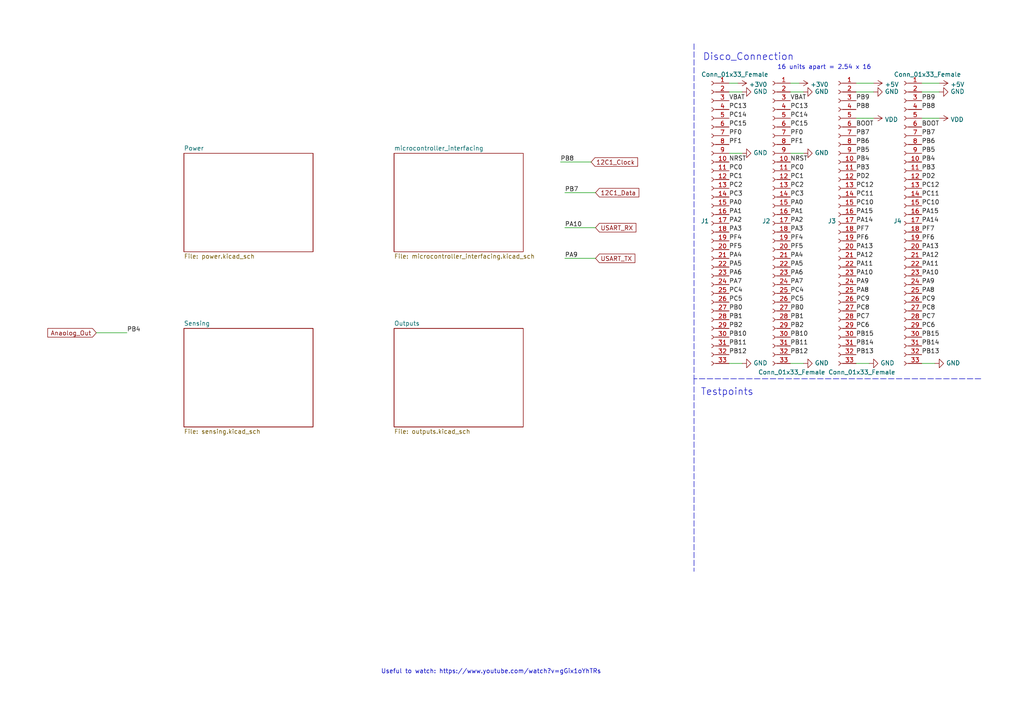
<source format=kicad_sch>
(kicad_sch (version 20211123) (generator eeschema)

  (uuid e63e39d7-6ac0-4ffd-8aa3-1841a4541b55)

  (paper "A4")

  (title_block
    (title "EEE3088F Template")
    (date "2022-02-21")
    (rev "V0.0")
    (company "University of Cape Town")
    (comment 3 "@Checked By: ")
    (comment 4 "@Authors: Justin Pead")
  )

  (lib_symbols
    (symbol "Connector:Conn_01x33_Female" (pin_names (offset 1.016) hide) (in_bom yes) (on_board yes)
      (property "Reference" "J" (id 0) (at 0 43.18 0)
        (effects (font (size 1.27 1.27)))
      )
      (property "Value" "Conn_01x33_Female" (id 1) (at 0 -43.18 0)
        (effects (font (size 1.27 1.27)))
      )
      (property "Footprint" "" (id 2) (at 0 0 0)
        (effects (font (size 1.27 1.27)) hide)
      )
      (property "Datasheet" "~" (id 3) (at 0 0 0)
        (effects (font (size 1.27 1.27)) hide)
      )
      (property "ki_keywords" "connector" (id 4) (at 0 0 0)
        (effects (font (size 1.27 1.27)) hide)
      )
      (property "ki_description" "Generic connector, single row, 01x33, script generated (kicad-library-utils/schlib/autogen/connector/)" (id 5) (at 0 0 0)
        (effects (font (size 1.27 1.27)) hide)
      )
      (property "ki_fp_filters" "Connector*:*_1x??_*" (id 6) (at 0 0 0)
        (effects (font (size 1.27 1.27)) hide)
      )
      (symbol "Conn_01x33_Female_1_1"
        (arc (start 0 -40.132) (mid -0.508 -40.64) (end 0 -41.148)
          (stroke (width 0.1524) (type default) (color 0 0 0 0))
          (fill (type none))
        )
        (arc (start 0 -37.592) (mid -0.508 -38.1) (end 0 -38.608)
          (stroke (width 0.1524) (type default) (color 0 0 0 0))
          (fill (type none))
        )
        (arc (start 0 -35.052) (mid -0.508 -35.56) (end 0 -36.068)
          (stroke (width 0.1524) (type default) (color 0 0 0 0))
          (fill (type none))
        )
        (arc (start 0 -32.512) (mid -0.508 -33.02) (end 0 -33.528)
          (stroke (width 0.1524) (type default) (color 0 0 0 0))
          (fill (type none))
        )
        (arc (start 0 -29.972) (mid -0.508 -30.48) (end 0 -30.988)
          (stroke (width 0.1524) (type default) (color 0 0 0 0))
          (fill (type none))
        )
        (arc (start 0 -27.432) (mid -0.508 -27.94) (end 0 -28.448)
          (stroke (width 0.1524) (type default) (color 0 0 0 0))
          (fill (type none))
        )
        (arc (start 0 -24.892) (mid -0.508 -25.4) (end 0 -25.908)
          (stroke (width 0.1524) (type default) (color 0 0 0 0))
          (fill (type none))
        )
        (arc (start 0 -22.352) (mid -0.508 -22.86) (end 0 -23.368)
          (stroke (width 0.1524) (type default) (color 0 0 0 0))
          (fill (type none))
        )
        (arc (start 0 -19.812) (mid -0.508 -20.32) (end 0 -20.828)
          (stroke (width 0.1524) (type default) (color 0 0 0 0))
          (fill (type none))
        )
        (arc (start 0 -17.272) (mid -0.508 -17.78) (end 0 -18.288)
          (stroke (width 0.1524) (type default) (color 0 0 0 0))
          (fill (type none))
        )
        (arc (start 0 -14.732) (mid -0.508 -15.24) (end 0 -15.748)
          (stroke (width 0.1524) (type default) (color 0 0 0 0))
          (fill (type none))
        )
        (arc (start 0 -12.192) (mid -0.508 -12.7) (end 0 -13.208)
          (stroke (width 0.1524) (type default) (color 0 0 0 0))
          (fill (type none))
        )
        (arc (start 0 -9.652) (mid -0.508 -10.16) (end 0 -10.668)
          (stroke (width 0.1524) (type default) (color 0 0 0 0))
          (fill (type none))
        )
        (arc (start 0 -7.112) (mid -0.508 -7.62) (end 0 -8.128)
          (stroke (width 0.1524) (type default) (color 0 0 0 0))
          (fill (type none))
        )
        (arc (start 0 -4.572) (mid -0.508 -5.08) (end 0 -5.588)
          (stroke (width 0.1524) (type default) (color 0 0 0 0))
          (fill (type none))
        )
        (arc (start 0 -2.032) (mid -0.508 -2.54) (end 0 -3.048)
          (stroke (width 0.1524) (type default) (color 0 0 0 0))
          (fill (type none))
        )
        (polyline
          (pts
            (xy -1.27 -40.64)
            (xy -0.508 -40.64)
          )
          (stroke (width 0.1524) (type default) (color 0 0 0 0))
          (fill (type none))
        )
        (polyline
          (pts
            (xy -1.27 -38.1)
            (xy -0.508 -38.1)
          )
          (stroke (width 0.1524) (type default) (color 0 0 0 0))
          (fill (type none))
        )
        (polyline
          (pts
            (xy -1.27 -35.56)
            (xy -0.508 -35.56)
          )
          (stroke (width 0.1524) (type default) (color 0 0 0 0))
          (fill (type none))
        )
        (polyline
          (pts
            (xy -1.27 -33.02)
            (xy -0.508 -33.02)
          )
          (stroke (width 0.1524) (type default) (color 0 0 0 0))
          (fill (type none))
        )
        (polyline
          (pts
            (xy -1.27 -30.48)
            (xy -0.508 -30.48)
          )
          (stroke (width 0.1524) (type default) (color 0 0 0 0))
          (fill (type none))
        )
        (polyline
          (pts
            (xy -1.27 -27.94)
            (xy -0.508 -27.94)
          )
          (stroke (width 0.1524) (type default) (color 0 0 0 0))
          (fill (type none))
        )
        (polyline
          (pts
            (xy -1.27 -25.4)
            (xy -0.508 -25.4)
          )
          (stroke (width 0.1524) (type default) (color 0 0 0 0))
          (fill (type none))
        )
        (polyline
          (pts
            (xy -1.27 -22.86)
            (xy -0.508 -22.86)
          )
          (stroke (width 0.1524) (type default) (color 0 0 0 0))
          (fill (type none))
        )
        (polyline
          (pts
            (xy -1.27 -20.32)
            (xy -0.508 -20.32)
          )
          (stroke (width 0.1524) (type default) (color 0 0 0 0))
          (fill (type none))
        )
        (polyline
          (pts
            (xy -1.27 -17.78)
            (xy -0.508 -17.78)
          )
          (stroke (width 0.1524) (type default) (color 0 0 0 0))
          (fill (type none))
        )
        (polyline
          (pts
            (xy -1.27 -15.24)
            (xy -0.508 -15.24)
          )
          (stroke (width 0.1524) (type default) (color 0 0 0 0))
          (fill (type none))
        )
        (polyline
          (pts
            (xy -1.27 -12.7)
            (xy -0.508 -12.7)
          )
          (stroke (width 0.1524) (type default) (color 0 0 0 0))
          (fill (type none))
        )
        (polyline
          (pts
            (xy -1.27 -10.16)
            (xy -0.508 -10.16)
          )
          (stroke (width 0.1524) (type default) (color 0 0 0 0))
          (fill (type none))
        )
        (polyline
          (pts
            (xy -1.27 -7.62)
            (xy -0.508 -7.62)
          )
          (stroke (width 0.1524) (type default) (color 0 0 0 0))
          (fill (type none))
        )
        (polyline
          (pts
            (xy -1.27 -5.08)
            (xy -0.508 -5.08)
          )
          (stroke (width 0.1524) (type default) (color 0 0 0 0))
          (fill (type none))
        )
        (polyline
          (pts
            (xy -1.27 -2.54)
            (xy -0.508 -2.54)
          )
          (stroke (width 0.1524) (type default) (color 0 0 0 0))
          (fill (type none))
        )
        (polyline
          (pts
            (xy -1.27 0)
            (xy -0.508 0)
          )
          (stroke (width 0.1524) (type default) (color 0 0 0 0))
          (fill (type none))
        )
        (polyline
          (pts
            (xy -1.27 2.54)
            (xy -0.508 2.54)
          )
          (stroke (width 0.1524) (type default) (color 0 0 0 0))
          (fill (type none))
        )
        (polyline
          (pts
            (xy -1.27 5.08)
            (xy -0.508 5.08)
          )
          (stroke (width 0.1524) (type default) (color 0 0 0 0))
          (fill (type none))
        )
        (polyline
          (pts
            (xy -1.27 7.62)
            (xy -0.508 7.62)
          )
          (stroke (width 0.1524) (type default) (color 0 0 0 0))
          (fill (type none))
        )
        (polyline
          (pts
            (xy -1.27 10.16)
            (xy -0.508 10.16)
          )
          (stroke (width 0.1524) (type default) (color 0 0 0 0))
          (fill (type none))
        )
        (polyline
          (pts
            (xy -1.27 12.7)
            (xy -0.508 12.7)
          )
          (stroke (width 0.1524) (type default) (color 0 0 0 0))
          (fill (type none))
        )
        (polyline
          (pts
            (xy -1.27 15.24)
            (xy -0.508 15.24)
          )
          (stroke (width 0.1524) (type default) (color 0 0 0 0))
          (fill (type none))
        )
        (polyline
          (pts
            (xy -1.27 17.78)
            (xy -0.508 17.78)
          )
          (stroke (width 0.1524) (type default) (color 0 0 0 0))
          (fill (type none))
        )
        (polyline
          (pts
            (xy -1.27 20.32)
            (xy -0.508 20.32)
          )
          (stroke (width 0.1524) (type default) (color 0 0 0 0))
          (fill (type none))
        )
        (polyline
          (pts
            (xy -1.27 22.86)
            (xy -0.508 22.86)
          )
          (stroke (width 0.1524) (type default) (color 0 0 0 0))
          (fill (type none))
        )
        (polyline
          (pts
            (xy -1.27 25.4)
            (xy -0.508 25.4)
          )
          (stroke (width 0.1524) (type default) (color 0 0 0 0))
          (fill (type none))
        )
        (polyline
          (pts
            (xy -1.27 27.94)
            (xy -0.508 27.94)
          )
          (stroke (width 0.1524) (type default) (color 0 0 0 0))
          (fill (type none))
        )
        (polyline
          (pts
            (xy -1.27 30.48)
            (xy -0.508 30.48)
          )
          (stroke (width 0.1524) (type default) (color 0 0 0 0))
          (fill (type none))
        )
        (polyline
          (pts
            (xy -1.27 33.02)
            (xy -0.508 33.02)
          )
          (stroke (width 0.1524) (type default) (color 0 0 0 0))
          (fill (type none))
        )
        (polyline
          (pts
            (xy -1.27 35.56)
            (xy -0.508 35.56)
          )
          (stroke (width 0.1524) (type default) (color 0 0 0 0))
          (fill (type none))
        )
        (polyline
          (pts
            (xy -1.27 38.1)
            (xy -0.508 38.1)
          )
          (stroke (width 0.1524) (type default) (color 0 0 0 0))
          (fill (type none))
        )
        (polyline
          (pts
            (xy -1.27 40.64)
            (xy -0.508 40.64)
          )
          (stroke (width 0.1524) (type default) (color 0 0 0 0))
          (fill (type none))
        )
        (arc (start 0 0.508) (mid -0.508 0) (end 0 -0.508)
          (stroke (width 0.1524) (type default) (color 0 0 0 0))
          (fill (type none))
        )
        (arc (start 0 3.048) (mid -0.508 2.54) (end 0 2.032)
          (stroke (width 0.1524) (type default) (color 0 0 0 0))
          (fill (type none))
        )
        (arc (start 0 5.588) (mid -0.508 5.08) (end 0 4.572)
          (stroke (width 0.1524) (type default) (color 0 0 0 0))
          (fill (type none))
        )
        (arc (start 0 8.128) (mid -0.508 7.62) (end 0 7.112)
          (stroke (width 0.1524) (type default) (color 0 0 0 0))
          (fill (type none))
        )
        (arc (start 0 10.668) (mid -0.508 10.16) (end 0 9.652)
          (stroke (width 0.1524) (type default) (color 0 0 0 0))
          (fill (type none))
        )
        (arc (start 0 13.208) (mid -0.508 12.7) (end 0 12.192)
          (stroke (width 0.1524) (type default) (color 0 0 0 0))
          (fill (type none))
        )
        (arc (start 0 15.748) (mid -0.508 15.24) (end 0 14.732)
          (stroke (width 0.1524) (type default) (color 0 0 0 0))
          (fill (type none))
        )
        (arc (start 0 18.288) (mid -0.508 17.78) (end 0 17.272)
          (stroke (width 0.1524) (type default) (color 0 0 0 0))
          (fill (type none))
        )
        (arc (start 0 20.828) (mid -0.508 20.32) (end 0 19.812)
          (stroke (width 0.1524) (type default) (color 0 0 0 0))
          (fill (type none))
        )
        (arc (start 0 23.368) (mid -0.508 22.86) (end 0 22.352)
          (stroke (width 0.1524) (type default) (color 0 0 0 0))
          (fill (type none))
        )
        (arc (start 0 25.908) (mid -0.508 25.4) (end 0 24.892)
          (stroke (width 0.1524) (type default) (color 0 0 0 0))
          (fill (type none))
        )
        (arc (start 0 28.448) (mid -0.508 27.94) (end 0 27.432)
          (stroke (width 0.1524) (type default) (color 0 0 0 0))
          (fill (type none))
        )
        (arc (start 0 30.988) (mid -0.508 30.48) (end 0 29.972)
          (stroke (width 0.1524) (type default) (color 0 0 0 0))
          (fill (type none))
        )
        (arc (start 0 33.528) (mid -0.508 33.02) (end 0 32.512)
          (stroke (width 0.1524) (type default) (color 0 0 0 0))
          (fill (type none))
        )
        (arc (start 0 36.068) (mid -0.508 35.56) (end 0 35.052)
          (stroke (width 0.1524) (type default) (color 0 0 0 0))
          (fill (type none))
        )
        (arc (start 0 38.608) (mid -0.508 38.1) (end 0 37.592)
          (stroke (width 0.1524) (type default) (color 0 0 0 0))
          (fill (type none))
        )
        (arc (start 0 41.148) (mid -0.508 40.64) (end 0 40.132)
          (stroke (width 0.1524) (type default) (color 0 0 0 0))
          (fill (type none))
        )
        (pin passive line (at -5.08 40.64 0) (length 3.81)
          (name "Pin_1" (effects (font (size 1.27 1.27))))
          (number "1" (effects (font (size 1.27 1.27))))
        )
        (pin passive line (at -5.08 17.78 0) (length 3.81)
          (name "Pin_10" (effects (font (size 1.27 1.27))))
          (number "10" (effects (font (size 1.27 1.27))))
        )
        (pin passive line (at -5.08 15.24 0) (length 3.81)
          (name "Pin_11" (effects (font (size 1.27 1.27))))
          (number "11" (effects (font (size 1.27 1.27))))
        )
        (pin passive line (at -5.08 12.7 0) (length 3.81)
          (name "Pin_12" (effects (font (size 1.27 1.27))))
          (number "12" (effects (font (size 1.27 1.27))))
        )
        (pin passive line (at -5.08 10.16 0) (length 3.81)
          (name "Pin_13" (effects (font (size 1.27 1.27))))
          (number "13" (effects (font (size 1.27 1.27))))
        )
        (pin passive line (at -5.08 7.62 0) (length 3.81)
          (name "Pin_14" (effects (font (size 1.27 1.27))))
          (number "14" (effects (font (size 1.27 1.27))))
        )
        (pin passive line (at -5.08 5.08 0) (length 3.81)
          (name "Pin_15" (effects (font (size 1.27 1.27))))
          (number "15" (effects (font (size 1.27 1.27))))
        )
        (pin passive line (at -5.08 2.54 0) (length 3.81)
          (name "Pin_16" (effects (font (size 1.27 1.27))))
          (number "16" (effects (font (size 1.27 1.27))))
        )
        (pin passive line (at -5.08 0 0) (length 3.81)
          (name "Pin_17" (effects (font (size 1.27 1.27))))
          (number "17" (effects (font (size 1.27 1.27))))
        )
        (pin passive line (at -5.08 -2.54 0) (length 3.81)
          (name "Pin_18" (effects (font (size 1.27 1.27))))
          (number "18" (effects (font (size 1.27 1.27))))
        )
        (pin passive line (at -5.08 -5.08 0) (length 3.81)
          (name "Pin_19" (effects (font (size 1.27 1.27))))
          (number "19" (effects (font (size 1.27 1.27))))
        )
        (pin passive line (at -5.08 38.1 0) (length 3.81)
          (name "Pin_2" (effects (font (size 1.27 1.27))))
          (number "2" (effects (font (size 1.27 1.27))))
        )
        (pin passive line (at -5.08 -7.62 0) (length 3.81)
          (name "Pin_20" (effects (font (size 1.27 1.27))))
          (number "20" (effects (font (size 1.27 1.27))))
        )
        (pin passive line (at -5.08 -10.16 0) (length 3.81)
          (name "Pin_21" (effects (font (size 1.27 1.27))))
          (number "21" (effects (font (size 1.27 1.27))))
        )
        (pin passive line (at -5.08 -12.7 0) (length 3.81)
          (name "Pin_22" (effects (font (size 1.27 1.27))))
          (number "22" (effects (font (size 1.27 1.27))))
        )
        (pin passive line (at -5.08 -15.24 0) (length 3.81)
          (name "Pin_23" (effects (font (size 1.27 1.27))))
          (number "23" (effects (font (size 1.27 1.27))))
        )
        (pin passive line (at -5.08 -17.78 0) (length 3.81)
          (name "Pin_24" (effects (font (size 1.27 1.27))))
          (number "24" (effects (font (size 1.27 1.27))))
        )
        (pin passive line (at -5.08 -20.32 0) (length 3.81)
          (name "Pin_25" (effects (font (size 1.27 1.27))))
          (number "25" (effects (font (size 1.27 1.27))))
        )
        (pin passive line (at -5.08 -22.86 0) (length 3.81)
          (name "Pin_26" (effects (font (size 1.27 1.27))))
          (number "26" (effects (font (size 1.27 1.27))))
        )
        (pin passive line (at -5.08 -25.4 0) (length 3.81)
          (name "Pin_27" (effects (font (size 1.27 1.27))))
          (number "27" (effects (font (size 1.27 1.27))))
        )
        (pin passive line (at -5.08 -27.94 0) (length 3.81)
          (name "Pin_28" (effects (font (size 1.27 1.27))))
          (number "28" (effects (font (size 1.27 1.27))))
        )
        (pin passive line (at -5.08 -30.48 0) (length 3.81)
          (name "Pin_29" (effects (font (size 1.27 1.27))))
          (number "29" (effects (font (size 1.27 1.27))))
        )
        (pin passive line (at -5.08 35.56 0) (length 3.81)
          (name "Pin_3" (effects (font (size 1.27 1.27))))
          (number "3" (effects (font (size 1.27 1.27))))
        )
        (pin passive line (at -5.08 -33.02 0) (length 3.81)
          (name "Pin_30" (effects (font (size 1.27 1.27))))
          (number "30" (effects (font (size 1.27 1.27))))
        )
        (pin passive line (at -5.08 -35.56 0) (length 3.81)
          (name "Pin_31" (effects (font (size 1.27 1.27))))
          (number "31" (effects (font (size 1.27 1.27))))
        )
        (pin passive line (at -5.08 -38.1 0) (length 3.81)
          (name "Pin_32" (effects (font (size 1.27 1.27))))
          (number "32" (effects (font (size 1.27 1.27))))
        )
        (pin passive line (at -5.08 -40.64 0) (length 3.81)
          (name "Pin_33" (effects (font (size 1.27 1.27))))
          (number "33" (effects (font (size 1.27 1.27))))
        )
        (pin passive line (at -5.08 33.02 0) (length 3.81)
          (name "Pin_4" (effects (font (size 1.27 1.27))))
          (number "4" (effects (font (size 1.27 1.27))))
        )
        (pin passive line (at -5.08 30.48 0) (length 3.81)
          (name "Pin_5" (effects (font (size 1.27 1.27))))
          (number "5" (effects (font (size 1.27 1.27))))
        )
        (pin passive line (at -5.08 27.94 0) (length 3.81)
          (name "Pin_6" (effects (font (size 1.27 1.27))))
          (number "6" (effects (font (size 1.27 1.27))))
        )
        (pin passive line (at -5.08 25.4 0) (length 3.81)
          (name "Pin_7" (effects (font (size 1.27 1.27))))
          (number "7" (effects (font (size 1.27 1.27))))
        )
        (pin passive line (at -5.08 22.86 0) (length 3.81)
          (name "Pin_8" (effects (font (size 1.27 1.27))))
          (number "8" (effects (font (size 1.27 1.27))))
        )
        (pin passive line (at -5.08 20.32 0) (length 3.81)
          (name "Pin_9" (effects (font (size 1.27 1.27))))
          (number "9" (effects (font (size 1.27 1.27))))
        )
      )
    )
    (symbol "power:+3V0" (power) (pin_names (offset 0)) (in_bom yes) (on_board yes)
      (property "Reference" "#PWR" (id 0) (at 0 -3.81 0)
        (effects (font (size 1.27 1.27)) hide)
      )
      (property "Value" "+3V0" (id 1) (at 0 3.556 0)
        (effects (font (size 1.27 1.27)))
      )
      (property "Footprint" "" (id 2) (at 0 0 0)
        (effects (font (size 1.27 1.27)) hide)
      )
      (property "Datasheet" "" (id 3) (at 0 0 0)
        (effects (font (size 1.27 1.27)) hide)
      )
      (property "ki_keywords" "power-flag" (id 4) (at 0 0 0)
        (effects (font (size 1.27 1.27)) hide)
      )
      (property "ki_description" "Power symbol creates a global label with name \"+3V0\"" (id 5) (at 0 0 0)
        (effects (font (size 1.27 1.27)) hide)
      )
      (symbol "+3V0_0_1"
        (polyline
          (pts
            (xy -0.762 1.27)
            (xy 0 2.54)
          )
          (stroke (width 0) (type default) (color 0 0 0 0))
          (fill (type none))
        )
        (polyline
          (pts
            (xy 0 0)
            (xy 0 2.54)
          )
          (stroke (width 0) (type default) (color 0 0 0 0))
          (fill (type none))
        )
        (polyline
          (pts
            (xy 0 2.54)
            (xy 0.762 1.27)
          )
          (stroke (width 0) (type default) (color 0 0 0 0))
          (fill (type none))
        )
      )
      (symbol "+3V0_1_1"
        (pin power_in line (at 0 0 90) (length 0) hide
          (name "+3V0" (effects (font (size 1.27 1.27))))
          (number "1" (effects (font (size 1.27 1.27))))
        )
      )
    )
    (symbol "power:+5V" (power) (pin_names (offset 0)) (in_bom yes) (on_board yes)
      (property "Reference" "#PWR" (id 0) (at 0 -3.81 0)
        (effects (font (size 1.27 1.27)) hide)
      )
      (property "Value" "+5V" (id 1) (at 0 3.556 0)
        (effects (font (size 1.27 1.27)))
      )
      (property "Footprint" "" (id 2) (at 0 0 0)
        (effects (font (size 1.27 1.27)) hide)
      )
      (property "Datasheet" "" (id 3) (at 0 0 0)
        (effects (font (size 1.27 1.27)) hide)
      )
      (property "ki_keywords" "power-flag" (id 4) (at 0 0 0)
        (effects (font (size 1.27 1.27)) hide)
      )
      (property "ki_description" "Power symbol creates a global label with name \"+5V\"" (id 5) (at 0 0 0)
        (effects (font (size 1.27 1.27)) hide)
      )
      (symbol "+5V_0_1"
        (polyline
          (pts
            (xy -0.762 1.27)
            (xy 0 2.54)
          )
          (stroke (width 0) (type default) (color 0 0 0 0))
          (fill (type none))
        )
        (polyline
          (pts
            (xy 0 0)
            (xy 0 2.54)
          )
          (stroke (width 0) (type default) (color 0 0 0 0))
          (fill (type none))
        )
        (polyline
          (pts
            (xy 0 2.54)
            (xy 0.762 1.27)
          )
          (stroke (width 0) (type default) (color 0 0 0 0))
          (fill (type none))
        )
      )
      (symbol "+5V_1_1"
        (pin power_in line (at 0 0 90) (length 0) hide
          (name "+5V" (effects (font (size 1.27 1.27))))
          (number "1" (effects (font (size 1.27 1.27))))
        )
      )
    )
    (symbol "power:GND" (power) (pin_names (offset 0)) (in_bom yes) (on_board yes)
      (property "Reference" "#PWR" (id 0) (at 0 -6.35 0)
        (effects (font (size 1.27 1.27)) hide)
      )
      (property "Value" "GND" (id 1) (at 0 -3.81 0)
        (effects (font (size 1.27 1.27)))
      )
      (property "Footprint" "" (id 2) (at 0 0 0)
        (effects (font (size 1.27 1.27)) hide)
      )
      (property "Datasheet" "" (id 3) (at 0 0 0)
        (effects (font (size 1.27 1.27)) hide)
      )
      (property "ki_keywords" "power-flag" (id 4) (at 0 0 0)
        (effects (font (size 1.27 1.27)) hide)
      )
      (property "ki_description" "Power symbol creates a global label with name \"GND\" , ground" (id 5) (at 0 0 0)
        (effects (font (size 1.27 1.27)) hide)
      )
      (symbol "GND_0_1"
        (polyline
          (pts
            (xy 0 0)
            (xy 0 -1.27)
            (xy 1.27 -1.27)
            (xy 0 -2.54)
            (xy -1.27 -1.27)
            (xy 0 -1.27)
          )
          (stroke (width 0) (type default) (color 0 0 0 0))
          (fill (type none))
        )
      )
      (symbol "GND_1_1"
        (pin power_in line (at 0 0 270) (length 0) hide
          (name "GND" (effects (font (size 1.27 1.27))))
          (number "1" (effects (font (size 1.27 1.27))))
        )
      )
    )
    (symbol "power:VDD" (power) (pin_names (offset 0)) (in_bom yes) (on_board yes)
      (property "Reference" "#PWR" (id 0) (at 0 -3.81 0)
        (effects (font (size 1.27 1.27)) hide)
      )
      (property "Value" "VDD" (id 1) (at 0 3.81 0)
        (effects (font (size 1.27 1.27)))
      )
      (property "Footprint" "" (id 2) (at 0 0 0)
        (effects (font (size 1.27 1.27)) hide)
      )
      (property "Datasheet" "" (id 3) (at 0 0 0)
        (effects (font (size 1.27 1.27)) hide)
      )
      (property "ki_keywords" "power-flag" (id 4) (at 0 0 0)
        (effects (font (size 1.27 1.27)) hide)
      )
      (property "ki_description" "Power symbol creates a global label with name \"VDD\"" (id 5) (at 0 0 0)
        (effects (font (size 1.27 1.27)) hide)
      )
      (symbol "VDD_0_1"
        (polyline
          (pts
            (xy -0.762 1.27)
            (xy 0 2.54)
          )
          (stroke (width 0) (type default) (color 0 0 0 0))
          (fill (type none))
        )
        (polyline
          (pts
            (xy 0 0)
            (xy 0 2.54)
          )
          (stroke (width 0) (type default) (color 0 0 0 0))
          (fill (type none))
        )
        (polyline
          (pts
            (xy 0 2.54)
            (xy 0.762 1.27)
          )
          (stroke (width 0) (type default) (color 0 0 0 0))
          (fill (type none))
        )
      )
      (symbol "VDD_1_1"
        (pin power_in line (at 0 0 90) (length 0) hide
          (name "VDD" (effects (font (size 1.27 1.27))))
          (number "1" (effects (font (size 1.27 1.27))))
        )
      )
    )
  )


  (wire (pts (xy 211.455 44.45) (xy 215.265 44.45))
    (stroke (width 0) (type default) (color 0 0 0 0))
    (uuid 2361ed9d-44ac-40c1-ab71-db1419d4ef87)
  )
  (polyline (pts (xy 201.295 12.7) (xy 201.295 109.855))
    (stroke (width 0) (type default) (color 0 0 0 0))
    (uuid 3a983f51-42e8-405a-9e04-43b2dcabad73)
  )

  (wire (pts (xy 163.83 55.88) (xy 172.72 55.88))
    (stroke (width 0) (type default) (color 0 0 0 0))
    (uuid 455c0e53-266e-4b0b-bafc-37676e6d90bc)
  )
  (polyline (pts (xy 284.48 109.855) (xy 201.295 109.855))
    (stroke (width 0) (type default) (color 0 0 0 0))
    (uuid 5349dbfc-1197-4fd1-baa3-9509e2eb1877)
  )

  (wire (pts (xy 248.285 26.67) (xy 253.365 26.67))
    (stroke (width 0) (type default) (color 0 0 0 0))
    (uuid 5379d081-922a-4828-9d43-7b2f2572d06c)
  )
  (wire (pts (xy 229.235 24.13) (xy 231.775 24.13))
    (stroke (width 0) (type default) (color 0 0 0 0))
    (uuid 5d9cc826-4756-4365-b769-24e883398d0a)
  )
  (polyline (pts (xy 201.295 109.855) (xy 201.295 165.735))
    (stroke (width 0) (type default) (color 0 0 0 0))
    (uuid 6afb9509-4267-45b9-b7dd-802c6961c178)
  )

  (wire (pts (xy 163.83 66.04) (xy 172.72 66.04))
    (stroke (width 0) (type default) (color 0 0 0 0))
    (uuid 81ccc6de-e19d-4ff3-8f87-07241bb247a5)
  )
  (wire (pts (xy 248.285 34.29) (xy 253.365 34.29))
    (stroke (width 0) (type default) (color 0 0 0 0))
    (uuid 93927c49-5ee1-4ac6-b668-9cc01dba8402)
  )
  (wire (pts (xy 253.365 24.13) (xy 248.285 24.13))
    (stroke (width 0) (type default) (color 0 0 0 0))
    (uuid 97db24fe-c1f7-4f86-9060-dc632af2d885)
  )
  (wire (pts (xy 211.455 24.13) (xy 213.995 24.13))
    (stroke (width 0) (type default) (color 0 0 0 0))
    (uuid a1f347f0-3fa4-4dbd-b2cf-d3082bc4e36a)
  )
  (wire (pts (xy 233.045 105.41) (xy 229.235 105.41))
    (stroke (width 0) (type default) (color 0 0 0 0))
    (uuid ad9624f8-cf25-4b9a-95b1-2c64fccd57f6)
  )
  (wire (pts (xy 229.235 26.67) (xy 233.045 26.67))
    (stroke (width 0) (type default) (color 0 0 0 0))
    (uuid b6346b0a-bb01-4e48-89f7-5054374e0d0d)
  )
  (wire (pts (xy 229.235 44.45) (xy 233.045 44.45))
    (stroke (width 0) (type default) (color 0 0 0 0))
    (uuid be40a792-1fff-4ce1-a6d8-41730132bad4)
  )
  (wire (pts (xy 162.56 46.99) (xy 171.45 46.99))
    (stroke (width 0) (type default) (color 0 0 0 0))
    (uuid be68ffa4-7687-4156-a4aa-bd1ab3b5a376)
  )
  (wire (pts (xy 272.415 24.13) (xy 267.335 24.13))
    (stroke (width 0) (type default) (color 0 0 0 0))
    (uuid ce824579-a256-4757-8547-32bf1db63637)
  )
  (wire (pts (xy 163.83 74.93) (xy 172.72 74.93))
    (stroke (width 0) (type default) (color 0 0 0 0))
    (uuid d5176686-5cbe-4d1c-91ec-8de99f63e614)
  )
  (wire (pts (xy 211.455 26.67) (xy 215.265 26.67))
    (stroke (width 0) (type default) (color 0 0 0 0))
    (uuid dc419a21-b30b-44db-8d8a-272c5f8ad6c6)
  )
  (wire (pts (xy 248.285 105.41) (xy 252.095 105.41))
    (stroke (width 0) (type default) (color 0 0 0 0))
    (uuid dfdaa22a-0489-48da-8a56-737e4c4366e1)
  )
  (wire (pts (xy 267.335 105.41) (xy 271.145 105.41))
    (stroke (width 0) (type default) (color 0 0 0 0))
    (uuid e1a929c4-c484-4255-9524-8c224d1f6e73)
  )
  (wire (pts (xy 267.335 26.67) (xy 272.415 26.67))
    (stroke (width 0) (type default) (color 0 0 0 0))
    (uuid e567c545-204a-4e4a-bfa9-ae48e2366f9a)
  )
  (wire (pts (xy 215.265 105.41) (xy 211.455 105.41))
    (stroke (width 0) (type default) (color 0 0 0 0))
    (uuid f03f8712-a7f0-45ba-8dbf-7ce6f298ed42)
  )
  (wire (pts (xy 27.94 96.52) (xy 36.83 96.52))
    (stroke (width 0) (type default) (color 0 0 0 0))
    (uuid f397cf25-e7d7-4014-9abc-880b300e9cfa)
  )
  (wire (pts (xy 267.335 34.29) (xy 272.415 34.29))
    (stroke (width 0) (type default) (color 0 0 0 0))
    (uuid f66b82ab-c203-4cb4-84ea-abcb2cd50a9c)
  )

  (text "Useful to watch: https://www.youtube.com/watch?v=gGix1oYhTRs"
    (at 110.49 195.58 0)
    (effects (font (size 1.27 1.27)) (justify left bottom))
    (uuid 18a8e287-d1c7-45b6-a196-710aa99585f3)
  )
  (text "16 units apart = 2.54 x 16" (at 225.425 20.32 0)
    (effects (font (size 1.27 1.27)) (justify left bottom))
    (uuid 9328bf5e-c997-4667-847d-cf51587a0583)
  )
  (text "Disco_Connection" (at 203.835 17.78 0)
    (effects (font (size 2.0066 2.0066)) (justify left bottom))
    (uuid bba52ae1-2c60-4612-b640-b785ed4cdd7e)
  )
  (text "Testpoints" (at 203.2 114.935 0)
    (effects (font (size 2.0066 2.0066)) (justify left bottom))
    (uuid f205d1ef-3ec2-4153-92b9-77f602b37fac)
  )

  (label "PC14" (at 211.455 34.29 0)
    (effects (font (size 1.27 1.27)) (justify left bottom))
    (uuid 013a1c32-db17-4fdf-9087-65b8bebaf5c1)
  )
  (label "PC11" (at 248.285 57.15 0)
    (effects (font (size 1.27 1.27)) (justify left bottom))
    (uuid 019b9904-3bfd-4fd4-9d41-96b38c16849e)
  )
  (label "PA10" (at 163.83 66.04 0)
    (effects (font (size 1.27 1.27)) (justify left bottom))
    (uuid 033a289f-4aee-4eb8-a081-f71a32af4bc7)
  )
  (label "PB2" (at 211.455 95.25 0)
    (effects (font (size 1.27 1.27)) (justify left bottom))
    (uuid 051d4750-b73a-474f-abf5-a58dadb01c92)
  )
  (label "PB6" (at 248.285 41.91 0)
    (effects (font (size 1.27 1.27)) (justify left bottom))
    (uuid 0afc6592-c2db-4caa-a22b-f13f9e7e1c40)
  )
  (label "PB14" (at 267.335 100.33 0)
    (effects (font (size 1.27 1.27)) (justify left bottom))
    (uuid 15ddbae8-4879-44da-8c42-497366b84781)
  )
  (label "PA15" (at 267.335 62.23 0)
    (effects (font (size 1.27 1.27)) (justify left bottom))
    (uuid 15f86f86-6612-462a-a1d2-f730a8788a9a)
  )
  (label "PB14" (at 248.285 100.33 0)
    (effects (font (size 1.27 1.27)) (justify left bottom))
    (uuid 168a0226-3f44-46ec-a72a-15290137bd66)
  )
  (label "PA11" (at 267.335 77.47 0)
    (effects (font (size 1.27 1.27)) (justify left bottom))
    (uuid 17c7b03d-e4b9-4587-b2ce-0ee7a9d30575)
  )
  (label "PC7" (at 248.285 92.71 0)
    (effects (font (size 1.27 1.27)) (justify left bottom))
    (uuid 18406746-0f9d-4d88-9ef2-8423e08576f0)
  )
  (label "PB6" (at 267.335 41.91 0)
    (effects (font (size 1.27 1.27)) (justify left bottom))
    (uuid 1aa01b33-85ec-45ea-bfaa-b88738576f2f)
  )
  (label "PA8" (at 267.335 85.09 0)
    (effects (font (size 1.27 1.27)) (justify left bottom))
    (uuid 2009ab3a-f4bf-4c63-a0fe-9d170c762787)
  )
  (label "PC9" (at 248.285 87.63 0)
    (effects (font (size 1.27 1.27)) (justify left bottom))
    (uuid 20ac7a70-5cb9-4418-b061-8e4ee8d36b79)
  )
  (label "PB15" (at 267.335 97.79 0)
    (effects (font (size 1.27 1.27)) (justify left bottom))
    (uuid 23a49e10-e7d0-41d9-a15a-25ac614cee99)
  )
  (label "PB7" (at 163.83 55.88 0)
    (effects (font (size 1.27 1.27)) (justify left bottom))
    (uuid 26acfeab-e2c0-4b30-bece-02e032609253)
  )
  (label "PC11" (at 267.335 57.15 0)
    (effects (font (size 1.27 1.27)) (justify left bottom))
    (uuid 28f5d24e-b605-4fad-9e07-a157526f5710)
  )
  (label "PC1" (at 211.455 52.07 0)
    (effects (font (size 1.27 1.27)) (justify left bottom))
    (uuid 2bf34b7c-94ca-4ac8-94c5-6312536f342f)
  )
  (label "PA1" (at 229.235 62.23 0)
    (effects (font (size 1.27 1.27)) (justify left bottom))
    (uuid 2e2c4431-7ad4-4101-b72a-e48147e24a71)
  )
  (label "PF7" (at 267.335 67.31 0)
    (effects (font (size 1.27 1.27)) (justify left bottom))
    (uuid 311a70eb-5859-4da6-8fe4-344b06368e0f)
  )
  (label "PC0" (at 229.235 49.53 0)
    (effects (font (size 1.27 1.27)) (justify left bottom))
    (uuid 31ae1ddb-55f8-4875-b94d-87a4d0c86414)
  )
  (label "PF7" (at 248.285 67.31 0)
    (effects (font (size 1.27 1.27)) (justify left bottom))
    (uuid 37b282c6-a944-47fd-a51e-f59b7e5f431e)
  )
  (label "PA12" (at 267.335 74.93 0)
    (effects (font (size 1.27 1.27)) (justify left bottom))
    (uuid 381ea437-8589-413a-8d00-c27a465a3773)
  )
  (label "PC15" (at 211.455 36.83 0)
    (effects (font (size 1.27 1.27)) (justify left bottom))
    (uuid 39f65f62-d48a-4aa3-a9a3-c17d058105fe)
  )
  (label "PC1" (at 229.235 52.07 0)
    (effects (font (size 1.27 1.27)) (justify left bottom))
    (uuid 3a41f6b2-d64e-4fc9-9c78-62461e28f42c)
  )
  (label "PC13" (at 229.235 31.75 0)
    (effects (font (size 1.27 1.27)) (justify left bottom))
    (uuid 3b5cbb6d-677b-4641-88bd-7044bfd6bfae)
  )
  (label "VBAT" (at 229.235 29.21 0)
    (effects (font (size 1.27 1.27)) (justify left bottom))
    (uuid 3c847883-a462-4ea9-9466-d1dd1edc5a97)
  )
  (label "PC6" (at 267.335 95.25 0)
    (effects (font (size 1.27 1.27)) (justify left bottom))
    (uuid 3d774050-1f75-473e-bdf5-d052504e6a25)
  )
  (label "PA4" (at 211.455 74.93 0)
    (effects (font (size 1.27 1.27)) (justify left bottom))
    (uuid 3f43b8cc-e232-4de4-a8bc-56a1a1c0a87a)
  )
  (label "BOOT" (at 248.285 36.83 0)
    (effects (font (size 1.27 1.27)) (justify left bottom))
    (uuid 3f6533ba-c4f9-46fc-b56b-e4570f6ba8d8)
  )
  (label "PB5" (at 248.285 44.45 0)
    (effects (font (size 1.27 1.27)) (justify left bottom))
    (uuid 42ec88f7-d7f3-40cf-8759-f8c5477df41e)
  )
  (label "PC8" (at 267.335 90.17 0)
    (effects (font (size 1.27 1.27)) (justify left bottom))
    (uuid 432045b0-7589-468b-8659-999ac30c51fa)
  )
  (label "PB7" (at 267.335 39.37 0)
    (effects (font (size 1.27 1.27)) (justify left bottom))
    (uuid 4362e6ac-6290-4071-922f-911c69fdd561)
  )
  (label "PA13" (at 267.335 72.39 0)
    (effects (font (size 1.27 1.27)) (justify left bottom))
    (uuid 437daa66-7365-482e-804c-8098c6a0905c)
  )
  (label "PD2" (at 248.285 52.07 0)
    (effects (font (size 1.27 1.27)) (justify left bottom))
    (uuid 43cc948b-7aa9-4530-a448-911bd0e35fae)
  )
  (label "PC12" (at 248.285 54.61 0)
    (effects (font (size 1.27 1.27)) (justify left bottom))
    (uuid 449c1c23-1f0d-4ed5-b566-2c18ec95c2a3)
  )
  (label "PC10" (at 248.285 59.69 0)
    (effects (font (size 1.27 1.27)) (justify left bottom))
    (uuid 4829bee0-faa8-43f7-b2d7-8a6e5d1b3050)
  )
  (label "PB1" (at 211.455 92.71 0)
    (effects (font (size 1.27 1.27)) (justify left bottom))
    (uuid 487ede9d-e4e2-47c1-b417-084ff862638c)
  )
  (label "PB9" (at 267.335 29.21 0)
    (effects (font (size 1.27 1.27)) (justify left bottom))
    (uuid 49956dd5-35c0-4b9f-8b2a-6f2b8918bd8c)
  )
  (label "PA2" (at 229.235 64.77 0)
    (effects (font (size 1.27 1.27)) (justify left bottom))
    (uuid 4a8c099c-07ef-47db-b188-6f8b7978d1d4)
  )
  (label "PA10" (at 267.335 80.01 0)
    (effects (font (size 1.27 1.27)) (justify left bottom))
    (uuid 4d290f63-844a-4f7b-8aec-c610c29b1e2f)
  )
  (label "PB5" (at 267.335 44.45 0)
    (effects (font (size 1.27 1.27)) (justify left bottom))
    (uuid 4d759aa0-1145-43ae-a507-a45f6fc89e2a)
  )
  (label "PF5" (at 211.455 72.39 0)
    (effects (font (size 1.27 1.27)) (justify left bottom))
    (uuid 539ff21e-64a5-4d0a-a3c6-87ad104f3729)
  )
  (label "PB13" (at 248.285 102.87 0)
    (effects (font (size 1.27 1.27)) (justify left bottom))
    (uuid 54562a16-6662-4d1b-9b50-45ed0ae36481)
  )
  (label "PC4" (at 229.235 85.09 0)
    (effects (font (size 1.27 1.27)) (justify left bottom))
    (uuid 5600b446-cc57-4d99-a6dd-3cb2f076483c)
  )
  (label "PC15" (at 229.235 36.83 0)
    (effects (font (size 1.27 1.27)) (justify left bottom))
    (uuid 58e43a80-a74c-4a45-a990-a8fe7ecac27a)
  )
  (label "PB1" (at 229.235 92.71 0)
    (effects (font (size 1.27 1.27)) (justify left bottom))
    (uuid 5c98cb3c-93cf-496b-a0fd-51386a56d77e)
  )
  (label "PA5" (at 229.235 77.47 0)
    (effects (font (size 1.27 1.27)) (justify left bottom))
    (uuid 5f88a249-af85-4825-b9e1-a3ec67ffc637)
  )
  (label "PC0" (at 211.455 49.53 0)
    (effects (font (size 1.27 1.27)) (justify left bottom))
    (uuid 61e795c9-5bb5-48b3-b7a0-cb64f04c7adc)
  )
  (label "PA9" (at 163.83 74.93 0)
    (effects (font (size 1.27 1.27)) (justify left bottom))
    (uuid 624f4136-64ac-4a4d-a144-19586a34d5fe)
  )
  (label "PB7" (at 248.285 39.37 0)
    (effects (font (size 1.27 1.27)) (justify left bottom))
    (uuid 62b6b2b3-6ade-4e95-8062-936451a2172f)
  )
  (label "PB0" (at 229.235 90.17 0)
    (effects (font (size 1.27 1.27)) (justify left bottom))
    (uuid 6d4e5957-6764-40d7-9d3e-e16ba095c79a)
  )
  (label "PA5" (at 211.455 77.47 0)
    (effects (font (size 1.27 1.27)) (justify left bottom))
    (uuid 6db4c715-f604-4ad5-b3e6-77e085153a04)
  )
  (label "PC8" (at 248.285 90.17 0)
    (effects (font (size 1.27 1.27)) (justify left bottom))
    (uuid 6f581e98-caac-4a3a-b0ed-76aab462e56a)
  )
  (label "PA3" (at 229.235 67.31 0)
    (effects (font (size 1.27 1.27)) (justify left bottom))
    (uuid 73975e5a-04c0-454b-b7b1-06dcb3c81497)
  )
  (label "PA10" (at 248.285 80.01 0)
    (effects (font (size 1.27 1.27)) (justify left bottom))
    (uuid 73b08644-febb-4c1e-9b8f-826cf4cd7348)
  )
  (label "PB12" (at 211.455 102.87 0)
    (effects (font (size 1.27 1.27)) (justify left bottom))
    (uuid 73e2a101-0bc0-414b-9aa7-7eeb8a3caef1)
  )
  (label "PB10" (at 211.455 97.79 0)
    (effects (font (size 1.27 1.27)) (justify left bottom))
    (uuid 74a9c3ca-08aa-4a6a-9a4f-5ecc24362076)
  )
  (label "PB3" (at 267.335 49.53 0)
    (effects (font (size 1.27 1.27)) (justify left bottom))
    (uuid 7759bcaf-350b-4897-a675-aaf4fb3e75fe)
  )
  (label "PA14" (at 248.285 64.77 0)
    (effects (font (size 1.27 1.27)) (justify left bottom))
    (uuid 77b09fa1-fbbb-49ab-94c4-069660b694ff)
  )
  (label "VBAT" (at 211.455 29.21 0)
    (effects (font (size 1.27 1.27)) (justify left bottom))
    (uuid 78a4062b-d2b4-4346-a029-0257bf4c7e99)
  )
  (label "PC6" (at 248.285 95.25 0)
    (effects (font (size 1.27 1.27)) (justify left bottom))
    (uuid 7cc91655-208f-4c40-986f-00fd054b4b29)
  )
  (label "PA7" (at 229.235 82.55 0)
    (effects (font (size 1.27 1.27)) (justify left bottom))
    (uuid 7e9c7b14-3332-49ee-a587-5014a80db3f9)
  )
  (label "PB11" (at 211.455 100.33 0)
    (effects (font (size 1.27 1.27)) (justify left bottom))
    (uuid 7f2c9904-545b-4337-acd6-8707e0924818)
  )
  (label "PC4" (at 211.455 85.09 0)
    (effects (font (size 1.27 1.27)) (justify left bottom))
    (uuid 7fa098fb-b644-4e64-920e-8328b5d12f21)
  )
  (label "PC14" (at 229.235 34.29 0)
    (effects (font (size 1.27 1.27)) (justify left bottom))
    (uuid 7ff097b5-a55d-47f6-a955-3ddc5f3d0fd8)
  )
  (label "PC2" (at 229.235 54.61 0)
    (effects (font (size 1.27 1.27)) (justify left bottom))
    (uuid 815a0815-7930-45ec-8d6e-dc110f979c75)
  )
  (label "PF4" (at 229.235 69.85 0)
    (effects (font (size 1.27 1.27)) (justify left bottom))
    (uuid 822cf157-ecb8-46d7-8cc6-5f0248fd6b37)
  )
  (label "PB2" (at 229.235 95.25 0)
    (effects (font (size 1.27 1.27)) (justify left bottom))
    (uuid 842c62a3-da79-4cc2-9eb8-0e81d553171d)
  )
  (label "PF0" (at 211.455 39.37 0)
    (effects (font (size 1.27 1.27)) (justify left bottom))
    (uuid 85762fc6-4dad-4d00-b3f3-d625c47e2b72)
  )
  (label "PA2" (at 211.455 64.77 0)
    (effects (font (size 1.27 1.27)) (justify left bottom))
    (uuid 875404be-e359-458a-af29-1bd3403dd55f)
  )
  (label "PA12" (at 248.285 74.93 0)
    (effects (font (size 1.27 1.27)) (justify left bottom))
    (uuid 899f373a-cf16-4f13-9d21-dfc8f80ca371)
  )
  (label "PC5" (at 229.235 87.63 0)
    (effects (font (size 1.27 1.27)) (justify left bottom))
    (uuid 8a56a0e1-0b83-4459-b285-5106d6ccafbb)
  )
  (label "PA6" (at 229.235 80.01 0)
    (effects (font (size 1.27 1.27)) (justify left bottom))
    (uuid 8cb63406-42c5-417f-9384-cf8cdba62340)
  )
  (label "PC13" (at 211.455 31.75 0)
    (effects (font (size 1.27 1.27)) (justify left bottom))
    (uuid 8de39313-d6b3-49d5-879e-e7c755da7625)
  )
  (label "PB13" (at 267.335 102.87 0)
    (effects (font (size 1.27 1.27)) (justify left bottom))
    (uuid 9098a6bf-eae0-4636-90c3-6c2f5d9401fd)
  )
  (label "NRST" (at 229.235 46.99 0)
    (effects (font (size 1.27 1.27)) (justify left bottom))
    (uuid 92ba8945-0271-4dc3-a102-541bc7646045)
  )
  (label "PA3" (at 211.455 67.31 0)
    (effects (font (size 1.27 1.27)) (justify left bottom))
    (uuid 93340c38-8bfd-447a-bf60-be3c6dc860d9)
  )
  (label "PB4" (at 267.335 46.99 0)
    (effects (font (size 1.27 1.27)) (justify left bottom))
    (uuid 971c1271-0f6f-46b9-8494-7107930ab4af)
  )
  (label "PA6" (at 211.455 80.01 0)
    (effects (font (size 1.27 1.27)) (justify left bottom))
    (uuid 9801ccc8-5152-40bb-932d-67072f8cd8ad)
  )
  (label "PB8" (at 162.56 46.99 0)
    (effects (font (size 1.27 1.27)) (justify left bottom))
    (uuid 9a4477e4-28e3-4aaa-91be-e3902355a73c)
  )
  (label "PF1" (at 229.235 41.91 0)
    (effects (font (size 1.27 1.27)) (justify left bottom))
    (uuid 9b11964f-5943-49c9-bbf0-08d035779463)
  )
  (label "BOOT" (at 267.335 36.83 0)
    (effects (font (size 1.27 1.27)) (justify left bottom))
    (uuid 9c8b409b-0d1b-49e5-8fed-acd83e0e8b3e)
  )
  (label "PA4" (at 229.235 74.93 0)
    (effects (font (size 1.27 1.27)) (justify left bottom))
    (uuid 9f7b3295-d16c-467f-88f6-2ab8ee650e3a)
  )
  (label "PB15" (at 248.285 97.79 0)
    (effects (font (size 1.27 1.27)) (justify left bottom))
    (uuid a1bbbcb7-3394-4d47-a7e2-c5aca5915b62)
  )
  (label "PB4" (at 248.285 46.99 0)
    (effects (font (size 1.27 1.27)) (justify left bottom))
    (uuid a1cf3838-7a06-43e1-a94f-aa849ba69819)
  )
  (label "PF0" (at 229.235 39.37 0)
    (effects (font (size 1.27 1.27)) (justify left bottom))
    (uuid a43501fb-72a9-4536-bb81-9f53755e8169)
  )
  (label "PB8" (at 267.335 31.75 0)
    (effects (font (size 1.27 1.27)) (justify left bottom))
    (uuid a5129eb7-d259-4824-8f60-442feba02c79)
  )
  (label "PC5" (at 211.455 87.63 0)
    (effects (font (size 1.27 1.27)) (justify left bottom))
    (uuid a6353897-349e-4000-937a-994d7719e8ce)
  )
  (label "PA0" (at 211.455 59.69 0)
    (effects (font (size 1.27 1.27)) (justify left bottom))
    (uuid aeef9f8f-2515-46d6-a613-4e8d98d0e468)
  )
  (label "PB11" (at 229.235 100.33 0)
    (effects (font (size 1.27 1.27)) (justify left bottom))
    (uuid b2944857-047d-4655-a00b-49e658220448)
  )
  (label "PC12" (at 267.335 54.61 0)
    (effects (font (size 1.27 1.27)) (justify left bottom))
    (uuid b4450c83-6da6-4393-a892-92bf8cbec8aa)
  )
  (label "PC7" (at 267.335 92.71 0)
    (effects (font (size 1.27 1.27)) (justify left bottom))
    (uuid b8e9717b-c8d9-44dd-9eb5-d37e3b2c2fb5)
  )
  (label "PF5" (at 229.235 72.39 0)
    (effects (font (size 1.27 1.27)) (justify left bottom))
    (uuid bdb69042-8fa0-4d7e-be19-fed7218cdfd8)
  )
  (label "PA0" (at 229.235 59.69 0)
    (effects (font (size 1.27 1.27)) (justify left bottom))
    (uuid c8ce7d0f-bd8a-416c-9bb9-339f4090a830)
  )
  (label "PC3" (at 211.455 57.15 0)
    (effects (font (size 1.27 1.27)) (justify left bottom))
    (uuid ca12753c-a5f4-49a4-bb14-a01420a86edb)
  )
  (label "PA14" (at 267.335 64.77 0)
    (effects (font (size 1.27 1.27)) (justify left bottom))
    (uuid cd74d053-e62a-45a3-9f24-631862f85655)
  )
  (label "PF6" (at 267.335 69.85 0)
    (effects (font (size 1.27 1.27)) (justify left bottom))
    (uuid cdb2878b-f702-4635-9e4c-1cc8cfe5a84c)
  )
  (label "PF6" (at 248.285 69.85 0)
    (effects (font (size 1.27 1.27)) (justify left bottom))
    (uuid cfdd684c-0d04-48e4-a62a-4b899d9ad32f)
  )
  (label "PA11" (at 248.285 77.47 0)
    (effects (font (size 1.27 1.27)) (justify left bottom))
    (uuid d0823f78-79d3-470b-87e6-694e750395bc)
  )
  (label "PF1" (at 211.455 41.91 0)
    (effects (font (size 1.27 1.27)) (justify left bottom))
    (uuid d5316dab-96ab-4569-a34d-520f96a50c86)
  )
  (label "PA15" (at 248.285 62.23 0)
    (effects (font (size 1.27 1.27)) (justify left bottom))
    (uuid d6570804-0f13-4bd8-a39e-13afafdb752a)
  )
  (label "PD2" (at 267.335 52.07 0)
    (effects (font (size 1.27 1.27)) (justify left bottom))
    (uuid d6c6796b-c630-4de8-9473-cbbc978a0a21)
  )
  (label "PB8" (at 248.285 31.75 0)
    (effects (font (size 1.27 1.27)) (justify left bottom))
    (uuid d75f1379-cf40-49b3-9b28-2d291ed900e9)
  )
  (label "PB10" (at 229.235 97.79 0)
    (effects (font (size 1.27 1.27)) (justify left bottom))
    (uuid d92eb7fd-0303-4aaa-b39e-7bf35dbafd2d)
  )
  (label "PA7" (at 211.455 82.55 0)
    (effects (font (size 1.27 1.27)) (justify left bottom))
    (uuid dba4ad5b-8704-4fc8-9247-b9c4709cf1cf)
  )
  (label "PA9" (at 248.285 82.55 0)
    (effects (font (size 1.27 1.27)) (justify left bottom))
    (uuid dc50af72-15b3-4fb5-bf25-289e8b8f51f6)
  )
  (label "PB9" (at 248.285 29.21 0)
    (effects (font (size 1.27 1.27)) (justify left bottom))
    (uuid de9ed2c1-1e41-42ee-81d4-f29b6bd22835)
  )
  (label "PA9" (at 267.335 82.55 0)
    (effects (font (size 1.27 1.27)) (justify left bottom))
    (uuid e12ec3e8-0d5b-47b1-abb9-9b31a4bb451e)
  )
  (label "PB12" (at 229.235 102.87 0)
    (effects (font (size 1.27 1.27)) (justify left bottom))
    (uuid e382fedc-c868-44fd-9740-47cc05b15c1c)
  )
  (label "PC10" (at 267.335 59.69 0)
    (effects (font (size 1.27 1.27)) (justify left bottom))
    (uuid e5abcaa8-c89a-49d4-9e47-28a25f37d322)
  )
  (label "PA1" (at 211.455 62.23 0)
    (effects (font (size 1.27 1.27)) (justify left bottom))
    (uuid e5e03502-ed28-4743-9af6-23bafe8e639e)
  )
  (label "PA13" (at 248.285 72.39 0)
    (effects (font (size 1.27 1.27)) (justify left bottom))
    (uuid e6eb6955-2cd6-4a24-9d4c-bf3c42dcce77)
  )
  (label "PB4" (at 36.83 96.52 0)
    (effects (font (size 1.27 1.27)) (justify left bottom))
    (uuid e93b1e58-cd2d-4987-bdd9-7a349fa105aa)
  )
  (label "PC2" (at 211.455 54.61 0)
    (effects (font (size 1.27 1.27)) (justify left bottom))
    (uuid eca73914-6f4b-487c-b8f6-6bedca0fa3fb)
  )
  (label "PB3" (at 248.285 49.53 0)
    (effects (font (size 1.27 1.27)) (justify left bottom))
    (uuid ee86ad28-2e8a-4b4f-a90f-b244d52f0462)
  )
  (label "PA8" (at 248.285 85.09 0)
    (effects (font (size 1.27 1.27)) (justify left bottom))
    (uuid f47ba0cc-ecae-4aef-a30d-acee22ce59db)
  )
  (label "PF4" (at 211.455 69.85 0)
    (effects (font (size 1.27 1.27)) (justify left bottom))
    (uuid f683b564-906b-42f6-a233-cd22c58657dd)
  )
  (label "PB0" (at 211.455 90.17 0)
    (effects (font (size 1.27 1.27)) (justify left bottom))
    (uuid f6c96c0d-4cf7-4e5a-ad96-cb52e5fda138)
  )
  (label "NRST" (at 211.455 46.99 0)
    (effects (font (size 1.27 1.27)) (justify left bottom))
    (uuid fa837821-0cb5-4c2d-b2ac-2376f32f5c33)
  )
  (label "PC3" (at 229.235 57.15 0)
    (effects (font (size 1.27 1.27)) (justify left bottom))
    (uuid fd2d066c-2ff9-43c4-ab8e-a65d2b71b5c1)
  )
  (label "PC9" (at 267.335 87.63 0)
    (effects (font (size 1.27 1.27)) (justify left bottom))
    (uuid fdd0a3ff-3d05-4dc5-8f2c-3aa967326c19)
  )

  (global_label "USART_RX" (shape input) (at 172.72 66.04 0) (fields_autoplaced)
    (effects (font (size 1.27 1.27)) (justify left))
    (uuid 13cb8dcb-e677-488a-a00e-f3cfcce4f3bf)
    (property "Intersheet References" "${INTERSHEET_REFS}" (id 0) (at 184.4464 65.9606 0)
      (effects (font (size 1.27 1.27)) (justify left) hide)
    )
  )
  (global_label "Anaolog_Out" (shape input) (at 27.94 96.52 180) (fields_autoplaced)
    (effects (font (size 1.27 1.27)) (justify right))
    (uuid 25be8dff-f7cf-4ea9-bb81-8d1ab846de1d)
    (property "Intersheet References" "${INTERSHEET_REFS}" (id 0) (at 13.855 96.5994 0)
      (effects (font (size 1.27 1.27)) (justify right) hide)
    )
  )
  (global_label "USART_TX" (shape input) (at 172.72 74.93 0) (fields_autoplaced)
    (effects (font (size 1.27 1.27)) (justify left))
    (uuid 7ea48b52-3bfd-4964-8ee5-b973e6878535)
    (property "Intersheet References" "${INTERSHEET_REFS}" (id 0) (at 184.1441 74.8506 0)
      (effects (font (size 1.27 1.27)) (justify left) hide)
    )
  )
  (global_label "12C1_Clock" (shape input) (at 171.45 46.99 0) (fields_autoplaced)
    (effects (font (size 1.27 1.27)) (justify left))
    (uuid 8e84721a-969a-4157-b025-94f43a21d83b)
    (property "Intersheet References" "${INTERSHEET_REFS}" (id 0) (at 184.9302 46.9106 0)
      (effects (font (size 1.27 1.27)) (justify left) hide)
    )
  )
  (global_label "12C1_Data" (shape input) (at 172.72 55.88 0) (fields_autoplaced)
    (effects (font (size 1.27 1.27)) (justify left))
    (uuid df37ea77-b604-4c5f-b925-791a102c3b78)
    (property "Intersheet References" "${INTERSHEET_REFS}" (id 0) (at 185.2931 55.8006 0)
      (effects (font (size 1.27 1.27)) (justify left) hide)
    )
  )

  (symbol (lib_id "power:GND") (at 233.045 105.41 90) (unit 1)
    (in_bom yes) (on_board yes)
    (uuid 0f122926-6ab0-4321-bb42-3042bba502d6)
    (property "Reference" "#PWR08" (id 0) (at 239.395 105.41 0)
      (effects (font (size 1.27 1.27)) hide)
    )
    (property "Value" "GND" (id 1) (at 236.2962 105.283 90)
      (effects (font (size 1.27 1.27)) (justify right))
    )
    (property "Footprint" "" (id 2) (at 233.045 105.41 0)
      (effects (font (size 1.27 1.27)) hide)
    )
    (property "Datasheet" "" (id 3) (at 233.045 105.41 0)
      (effects (font (size 1.27 1.27)) hide)
    )
    (pin "1" (uuid a3a95987-dbc7-46c3-9b74-39d0bc0f6070))
  )

  (symbol (lib_id "power:GND") (at 233.045 44.45 90) (unit 1)
    (in_bom yes) (on_board yes)
    (uuid 111c2bf6-9865-4ea4-a9f9-1702355a872d)
    (property "Reference" "#PWR07" (id 0) (at 239.395 44.45 0)
      (effects (font (size 1.27 1.27)) hide)
    )
    (property "Value" "GND" (id 1) (at 236.2962 44.323 90)
      (effects (font (size 1.27 1.27)) (justify right))
    )
    (property "Footprint" "" (id 2) (at 233.045 44.45 0)
      (effects (font (size 1.27 1.27)) hide)
    )
    (property "Datasheet" "" (id 3) (at 233.045 44.45 0)
      (effects (font (size 1.27 1.27)) hide)
    )
    (pin "1" (uuid e0130066-f120-45ab-8ca4-de7cd402c362))
  )

  (symbol (lib_id "power:GND") (at 233.045 26.67 90) (unit 1)
    (in_bom yes) (on_board yes)
    (uuid 367a0318-2a8d-4844-b1c5-a4b9f86a1709)
    (property "Reference" "#PWR06" (id 0) (at 239.395 26.67 0)
      (effects (font (size 1.27 1.27)) hide)
    )
    (property "Value" "GND" (id 1) (at 236.2962 26.543 90)
      (effects (font (size 1.27 1.27)) (justify right))
    )
    (property "Footprint" "" (id 2) (at 233.045 26.67 0)
      (effects (font (size 1.27 1.27)) hide)
    )
    (property "Datasheet" "" (id 3) (at 233.045 26.67 0)
      (effects (font (size 1.27 1.27)) hide)
    )
    (pin "1" (uuid 6ccf7be9-8d30-475d-8941-1f167d5de7ec))
  )

  (symbol (lib_id "power:GND") (at 252.095 105.41 90) (unit 1)
    (in_bom yes) (on_board yes)
    (uuid 37c732a1-cf44-4113-843f-85a5910958ec)
    (property "Reference" "#PWR09" (id 0) (at 258.445 105.41 0)
      (effects (font (size 1.27 1.27)) hide)
    )
    (property "Value" "GND" (id 1) (at 255.3462 105.283 90)
      (effects (font (size 1.27 1.27)) (justify right))
    )
    (property "Footprint" "" (id 2) (at 252.095 105.41 0)
      (effects (font (size 1.27 1.27)) hide)
    )
    (property "Datasheet" "" (id 3) (at 252.095 105.41 0)
      (effects (font (size 1.27 1.27)) hide)
    )
    (pin "1" (uuid b2d11b31-1b82-4d0c-a24f-3ecd947114ec))
  )

  (symbol (lib_id "Connector:Conn_01x33_Female") (at 262.255 64.77 0) (mirror y) (unit 1)
    (in_bom yes) (on_board yes)
    (uuid 39549a53-fe72-4509-a12d-de170bbf0433)
    (property "Reference" "J4" (id 0) (at 261.5438 64.1096 0)
      (effects (font (size 1.27 1.27)) (justify left))
    )
    (property "Value" "Conn_01x33_Female" (id 1) (at 278.765 21.59 0)
      (effects (font (size 1.27 1.27)) (justify left))
    )
    (property "Footprint" "Connector_PinHeader_2.54mm:PinHeader_1x33_P2.54mm_Vertical" (id 2) (at 262.255 64.77 0)
      (effects (font (size 1.27 1.27)) hide)
    )
    (property "Datasheet" "~" (id 3) (at 262.255 64.77 0)
      (effects (font (size 1.27 1.27)) hide)
    )
    (property "LCSC" "" (id 4) (at 262.255 64.77 0)
      (effects (font (size 1.27 1.27)) hide)
    )
    (property "Populate" "DNP" (id 5) (at 262.255 64.77 0)
      (effects (font (size 1.27 1.27)) hide)
    )
    (property "Price" "0" (id 6) (at 262.255 64.77 0)
      (effects (font (size 1.27 1.27)) hide)
    )
    (pin "1" (uuid 5841a60a-7434-4694-9b2f-60c2321b8bd0))
    (pin "10" (uuid 94f92a53-a887-4e67-921d-9685969e3c14))
    (pin "11" (uuid 8fecaef3-3ec3-48db-b92b-42aba82b3c34))
    (pin "12" (uuid a07f1e79-1d7d-4a07-b840-3da61e06e5e0))
    (pin "13" (uuid 9d1d67aa-bd89-4416-8ff1-ea3aed8edbd3))
    (pin "14" (uuid ff3f0dce-48a8-4a4e-9a85-b6808253807b))
    (pin "15" (uuid 42921c6f-25e8-4512-9139-83b5b81397a7))
    (pin "16" (uuid d9c7258e-64f4-44a0-b9ed-474106f56c42))
    (pin "17" (uuid 26584013-aa69-4f6e-9469-cf96829118fe))
    (pin "18" (uuid d9209bac-cc1b-4bd5-9b0c-8896b0dbce47))
    (pin "19" (uuid 14b6a088-e29e-4f65-bb62-fd783c1ab88e))
    (pin "2" (uuid 6b4ae552-c3dc-4d02-ab1a-556e15ae247d))
    (pin "20" (uuid 8157d0c3-4115-4fef-882d-18ff9f3b1e49))
    (pin "21" (uuid 1d3dd843-278a-491c-aee7-c4ca56549357))
    (pin "22" (uuid a3c07522-2d1f-4d1c-a6e5-18097136531a))
    (pin "23" (uuid 53d63574-d294-4160-8943-1f901b80728f))
    (pin "24" (uuid 9d221b3b-0bfe-4439-a426-0f2594b9c7bf))
    (pin "25" (uuid e12656ad-962f-4bd5-a35d-a45aa6b4e27e))
    (pin "26" (uuid 3450ae82-42ae-493f-904b-d8b1a09c107a))
    (pin "27" (uuid 741e6598-04b9-4005-a079-9081c23103ab))
    (pin "28" (uuid 0a1ac2c6-8da8-4410-b772-69afa2855077))
    (pin "29" (uuid c355ca51-32bc-4d88-a250-07d5621dd709))
    (pin "3" (uuid 119a2ba9-03f2-48af-8f1a-4a96cb25a3bf))
    (pin "30" (uuid f252e204-5b1e-4386-b15b-42d6a51ae097))
    (pin "31" (uuid dff62e1d-c592-4963-80cb-25d776cdc1f4))
    (pin "32" (uuid 742f6656-c86d-41c0-937e-ef6ded3bd482))
    (pin "33" (uuid 251435cb-df17-46ab-aac4-3d24ccac8db0))
    (pin "4" (uuid e68fac9b-3de3-4acb-9bb0-3dee3685df22))
    (pin "5" (uuid 7efaeda2-e767-44b9-adb2-3a0c3f4d2f1d))
    (pin "6" (uuid dacfc6b2-f197-4446-86ee-d141533404be))
    (pin "7" (uuid d8ebdeb0-2bbd-4a1b-a259-f95c97f44cbe))
    (pin "8" (uuid b2ecb88a-4c09-46d5-b24a-de38dbb48f75))
    (pin "9" (uuid 9004cee7-358e-4c08-9d64-a05f28a4e7b6))
  )

  (symbol (lib_id "power:GND") (at 215.265 105.41 90) (unit 1)
    (in_bom yes) (on_board yes)
    (uuid 3f40e620-2b34-4c9e-b852-1ba39e3dbc3a)
    (property "Reference" "#PWR04" (id 0) (at 221.615 105.41 0)
      (effects (font (size 1.27 1.27)) hide)
    )
    (property "Value" "GND" (id 1) (at 218.5162 105.283 90)
      (effects (font (size 1.27 1.27)) (justify right))
    )
    (property "Footprint" "" (id 2) (at 215.265 105.41 0)
      (effects (font (size 1.27 1.27)) hide)
    )
    (property "Datasheet" "" (id 3) (at 215.265 105.41 0)
      (effects (font (size 1.27 1.27)) hide)
    )
    (pin "1" (uuid 48d919bf-1f23-4426-bfff-25ceb2530f1f))
  )

  (symbol (lib_id "power:GND") (at 215.265 44.45 90) (unit 1)
    (in_bom yes) (on_board yes)
    (uuid 408b3778-6552-41b5-9096-89c71f84e5ce)
    (property "Reference" "#PWR03" (id 0) (at 221.615 44.45 0)
      (effects (font (size 1.27 1.27)) hide)
    )
    (property "Value" "GND" (id 1) (at 218.5162 44.323 90)
      (effects (font (size 1.27 1.27)) (justify right))
    )
    (property "Footprint" "" (id 2) (at 215.265 44.45 0)
      (effects (font (size 1.27 1.27)) hide)
    )
    (property "Datasheet" "" (id 3) (at 215.265 44.45 0)
      (effects (font (size 1.27 1.27)) hide)
    )
    (pin "1" (uuid ec51372b-772c-40c6-ad58-bf05ad60b91d))
  )

  (symbol (lib_id "power:GND") (at 253.365 26.67 90) (unit 1)
    (in_bom yes) (on_board yes)
    (uuid 78502c21-b204-41a4-a74c-663a74be7530)
    (property "Reference" "#PWR011" (id 0) (at 259.715 26.67 0)
      (effects (font (size 1.27 1.27)) hide)
    )
    (property "Value" "GND" (id 1) (at 256.6162 26.543 90)
      (effects (font (size 1.27 1.27)) (justify right))
    )
    (property "Footprint" "" (id 2) (at 253.365 26.67 0)
      (effects (font (size 1.27 1.27)) hide)
    )
    (property "Datasheet" "" (id 3) (at 253.365 26.67 0)
      (effects (font (size 1.27 1.27)) hide)
    )
    (pin "1" (uuid dcbc5a2e-2561-4663-8736-09acc9fe0209))
  )

  (symbol (lib_id "power:+5V") (at 253.365 24.13 270) (unit 1)
    (in_bom yes) (on_board yes)
    (uuid 7c938fcf-5266-4f01-b9d8-797ff7c61f4c)
    (property "Reference" "#PWR010" (id 0) (at 249.555 24.13 0)
      (effects (font (size 1.27 1.27)) hide)
    )
    (property "Value" "+5V" (id 1) (at 256.6162 24.511 90)
      (effects (font (size 1.27 1.27)) (justify left))
    )
    (property "Footprint" "" (id 2) (at 253.365 24.13 0)
      (effects (font (size 1.27 1.27)) hide)
    )
    (property "Datasheet" "" (id 3) (at 253.365 24.13 0)
      (effects (font (size 1.27 1.27)) hide)
    )
    (pin "1" (uuid 06d56cea-efec-4ee2-a30e-da196d83ccb4))
  )

  (symbol (lib_id "power:GND") (at 272.415 26.67 90) (unit 1)
    (in_bom yes) (on_board yes)
    (uuid 7db41bda-359c-420f-bdf5-221e6a8efd3d)
    (property "Reference" "#PWR015" (id 0) (at 278.765 26.67 0)
      (effects (font (size 1.27 1.27)) hide)
    )
    (property "Value" "GND" (id 1) (at 275.6662 26.543 90)
      (effects (font (size 1.27 1.27)) (justify right))
    )
    (property "Footprint" "" (id 2) (at 272.415 26.67 0)
      (effects (font (size 1.27 1.27)) hide)
    )
    (property "Datasheet" "" (id 3) (at 272.415 26.67 0)
      (effects (font (size 1.27 1.27)) hide)
    )
    (pin "1" (uuid 486e42a8-ccd7-4296-b46d-c1c0b1981be4))
  )

  (symbol (lib_id "power:GND") (at 271.145 105.41 90) (unit 1)
    (in_bom yes) (on_board yes)
    (uuid 92adc2a7-705f-4e7b-90a7-1c91d9f5977d)
    (property "Reference" "#PWR013" (id 0) (at 277.495 105.41 0)
      (effects (font (size 1.27 1.27)) hide)
    )
    (property "Value" "GND" (id 1) (at 274.3962 105.283 90)
      (effects (font (size 1.27 1.27)) (justify right))
    )
    (property "Footprint" "" (id 2) (at 271.145 105.41 0)
      (effects (font (size 1.27 1.27)) hide)
    )
    (property "Datasheet" "" (id 3) (at 271.145 105.41 0)
      (effects (font (size 1.27 1.27)) hide)
    )
    (pin "1" (uuid 2798cc00-37db-458a-b5f8-bea65ae99be7))
  )

  (symbol (lib_id "power:GND") (at 215.265 26.67 90) (unit 1)
    (in_bom yes) (on_board yes)
    (uuid 949cc60c-3f6b-4495-915a-ef19f31633cf)
    (property "Reference" "#PWR02" (id 0) (at 221.615 26.67 0)
      (effects (font (size 1.27 1.27)) hide)
    )
    (property "Value" "GND" (id 1) (at 218.5162 26.543 90)
      (effects (font (size 1.27 1.27)) (justify right))
    )
    (property "Footprint" "" (id 2) (at 215.265 26.67 0)
      (effects (font (size 1.27 1.27)) hide)
    )
    (property "Datasheet" "" (id 3) (at 215.265 26.67 0)
      (effects (font (size 1.27 1.27)) hide)
    )
    (pin "1" (uuid b30e6612-e5d5-44fe-802a-8ee7b6f86412))
  )

  (symbol (lib_id "Connector:Conn_01x33_Female") (at 224.155 64.77 0) (mirror y) (unit 1)
    (in_bom yes) (on_board yes)
    (uuid 94d07718-2fcc-40a0-ad0e-c4bb67bc804a)
    (property "Reference" "J2" (id 0) (at 223.4438 64.1096 0)
      (effects (font (size 1.27 1.27)) (justify left))
    )
    (property "Value" "Conn_01x33_Female" (id 1) (at 239.395 107.95 0)
      (effects (font (size 1.27 1.27)) (justify left))
    )
    (property "Footprint" "Connector_PinSocket_2.54mm:PinSocket_1x33_P2.54mm_Vertical" (id 2) (at 224.155 64.77 0)
      (effects (font (size 1.27 1.27)) hide)
    )
    (property "Datasheet" "~" (id 3) (at 224.155 64.77 0)
      (effects (font (size 1.27 1.27)) hide)
    )
    (property "LCSC" "C1234 (example)" (id 4) (at 224.155 64.77 0)
      (effects (font (size 1.27 1.27)) hide)
    )
    (property "Populate" "DNP" (id 5) (at 224.155 64.77 0)
      (effects (font (size 1.27 1.27)) hide)
    )
    (property "Alt_LCSC" "C12345 (example)" (id 6) (at 224.155 64.77 0)
      (effects (font (size 1.27 1.27)) hide)
    )
    (property "Price" "0" (id 7) (at 224.155 64.77 0)
      (effects (font (size 1.27 1.27)) hide)
    )
    (pin "1" (uuid f1d34821-cc17-42fc-b481-1c7f738497e3))
    (pin "10" (uuid 78fa7842-f3c6-48db-8c77-7797633506e5))
    (pin "11" (uuid 442f453a-9b44-44ab-a898-82f45629c72d))
    (pin "12" (uuid 1b642110-eaa8-451d-b449-e92e71e75978))
    (pin "13" (uuid be52ce9f-4498-483f-a791-994a787b7224))
    (pin "14" (uuid 16b71e23-859c-4e16-8af1-5d30a5c2b726))
    (pin "15" (uuid fcdae4f4-bcbc-432a-b7d5-ee4bdd3d104f))
    (pin "16" (uuid ec53b93c-c93c-4a00-b315-00a9db4c857c))
    (pin "17" (uuid 6a8a1901-a3c7-470d-99d9-02146451972b))
    (pin "18" (uuid c4eb404f-f3d2-4506-bf24-56396736d56f))
    (pin "19" (uuid 7c7cfeb1-8cd1-4c5f-8e65-42b386d94011))
    (pin "2" (uuid 009110da-fae2-454e-8387-1e8fd70409cb))
    (pin "20" (uuid 834d0192-2f8f-45da-a664-ea874d4070f9))
    (pin "21" (uuid bdf9dfdb-3e3e-46cc-8bb8-4372561c164b))
    (pin "22" (uuid d9452562-ce7e-4680-9c6e-6998b86cb475))
    (pin "23" (uuid 8519174e-f406-4836-8f33-e219a5351591))
    (pin "24" (uuid 116b375f-957b-4eda-a12b-df384678f533))
    (pin "25" (uuid 1b80aaa4-9cfe-448e-8ff1-d2c69f706b2e))
    (pin "26" (uuid 3eb6166e-d2a4-4778-a9e3-fd9ea19f972e))
    (pin "27" (uuid c36f7147-bc6f-4cbe-8b56-617ae1aaead3))
    (pin "28" (uuid a6e79250-4ea1-4a1f-b168-c1d347acb43a))
    (pin "29" (uuid 1bd13fbe-d376-42a1-8a94-f12442f4121a))
    (pin "3" (uuid 2ad27911-6b4b-41d3-af19-3a88d479912c))
    (pin "30" (uuid 6dda73be-73a3-4bdf-aea3-f2d520a51491))
    (pin "31" (uuid 825e7db8-0294-426e-853c-3be31e57f559))
    (pin "32" (uuid 54c2b029-df21-4268-9a74-8433670031c7))
    (pin "33" (uuid 293bc8e1-4ff1-450d-8ef0-4276b77002bf))
    (pin "4" (uuid 7b7fe22f-5db7-4fb0-a6e2-91b9a8e5f484))
    (pin "5" (uuid 778130e2-5dcf-4ba4-bd77-4acc3a461105))
    (pin "6" (uuid c908cdd7-5bf2-4e04-ae66-bd89b22bab8d))
    (pin "7" (uuid 35a1a735-588f-4c50-9b46-cb8744ae8f02))
    (pin "8" (uuid 7eaae2d7-b4ad-4554-8c8a-2037170131bd))
    (pin "9" (uuid c4587bb7-c73a-4ad0-bcd4-d7dc9697e09b))
  )

  (symbol (lib_id "Connector:Conn_01x33_Female") (at 206.375 64.77 0) (mirror y) (unit 1)
    (in_bom yes) (on_board yes)
    (uuid ae3c331f-8808-430e-931c-7d9b2cc37f5b)
    (property "Reference" "J1" (id 0) (at 205.6638 64.1096 0)
      (effects (font (size 1.27 1.27)) (justify left))
    )
    (property "Value" "Conn_01x33_Female" (id 1) (at 222.885 21.59 0)
      (effects (font (size 1.27 1.27)) (justify left))
    )
    (property "Footprint" "Connector_PinHeader_2.54mm:PinHeader_1x33_P2.54mm_Vertical" (id 2) (at 206.375 64.77 0)
      (effects (font (size 1.27 1.27)) hide)
    )
    (property "Datasheet" "~" (id 3) (at 206.375 64.77 0)
      (effects (font (size 1.27 1.27)) hide)
    )
    (property "LCSC" "" (id 4) (at 206.375 64.77 0)
      (effects (font (size 1.27 1.27)) hide)
    )
    (property "Populate" "DNP" (id 5) (at 206.375 64.77 0)
      (effects (font (size 1.27 1.27)) hide)
    )
    (property "Price" "0" (id 6) (at 206.375 64.77 0)
      (effects (font (size 1.27 1.27)) hide)
    )
    (pin "1" (uuid 4cd135a5-fdd1-4851-864a-dadf7c96d9ff))
    (pin "10" (uuid ab5db7e5-9de7-449f-b70b-9d0dd610b10b))
    (pin "11" (uuid 4c756fc2-8fde-4459-8921-e1db5a89f1ba))
    (pin "12" (uuid 1c36527b-20ab-4863-8486-3913ee2e57f4))
    (pin "13" (uuid a4813917-c395-4e03-b658-4133a12249cd))
    (pin "14" (uuid f2cb3dc7-19c3-4d39-8479-4368f9d1680c))
    (pin "15" (uuid 5900b9d3-f54e-4689-953a-e125f5f9fa71))
    (pin "16" (uuid 474da0bb-a80f-4ce4-b14e-5f26d8f31e91))
    (pin "17" (uuid ee5ea3d6-1422-40d3-882b-9d8b9c72bbba))
    (pin "18" (uuid 6c1d0ff6-53d9-4a5b-89a8-5313d6ca7d94))
    (pin "19" (uuid 94b40fef-8e3d-4a32-a137-035c86ca86c8))
    (pin "2" (uuid bb592211-9895-49a1-bb6a-47f7a9f85864))
    (pin "20" (uuid a28b42a6-1c1a-4667-9b8b-ad6bdfd23632))
    (pin "21" (uuid fc56b098-c3aa-474b-aac9-da58d4f42386))
    (pin "22" (uuid c360b637-6f5d-44e0-97f7-af09c2986ed7))
    (pin "23" (uuid 91e34627-a183-42e4-bafa-955f631c2bab))
    (pin "24" (uuid 0df376e0-b3b8-4926-8318-ef70bcc43326))
    (pin "25" (uuid d0e144a3-6f5f-4307-ac4c-47637e9032bf))
    (pin "26" (uuid a97a52d6-fe14-4f06-b35e-2dc42532437e))
    (pin "27" (uuid 644a2620-03c0-4432-a2a3-b8177b485182))
    (pin "28" (uuid 729e0aa9-1770-4b96-8a01-af601278faec))
    (pin "29" (uuid 7847981b-5502-41f3-9413-b29fe20c5b32))
    (pin "3" (uuid fe36219f-13f1-47e3-b06a-60e954519022))
    (pin "30" (uuid 6b732b9b-51f6-479d-b29b-3f7cb9c273ef))
    (pin "31" (uuid 3f4ca593-2b3f-4c1d-83fb-6afbc1dc83bd))
    (pin "32" (uuid 34e4c084-25ed-4154-b584-44597cd86748))
    (pin "33" (uuid b8a69dfb-4ff5-4171-8662-f4fd81f9fc4a))
    (pin "4" (uuid d5926ae5-e972-4dcc-8335-d8bd16db6dbc))
    (pin "5" (uuid 142e2caa-2b2c-4696-83a8-bdbb5b82c7f7))
    (pin "6" (uuid 3036986f-780f-4e5b-8e4b-4e66acc1e072))
    (pin "7" (uuid eab7c737-4450-406f-9f80-b2e18bb45dd6))
    (pin "8" (uuid 317a2bf1-677c-46ed-b6b4-eef240063844))
    (pin "9" (uuid 61d63f1b-dbdf-4e18-9e78-d70eac21ae65))
  )

  (symbol (lib_id "power:VDD") (at 253.365 34.29 270) (unit 1)
    (in_bom yes) (on_board yes)
    (uuid ba80136a-34d0-4a97-a9c9-c43ab3f7be6e)
    (property "Reference" "#PWR012" (id 0) (at 249.555 34.29 0)
      (effects (font (size 1.27 1.27)) hide)
    )
    (property "Value" "VDD" (id 1) (at 256.6162 34.671 90)
      (effects (font (size 1.27 1.27)) (justify left))
    )
    (property "Footprint" "" (id 2) (at 253.365 34.29 0)
      (effects (font (size 1.27 1.27)) hide)
    )
    (property "Datasheet" "" (id 3) (at 253.365 34.29 0)
      (effects (font (size 1.27 1.27)) hide)
    )
    (pin "1" (uuid 93b580d1-c2df-48c4-9d06-465ca9d3eebc))
  )

  (symbol (lib_id "power:+5V") (at 272.415 24.13 270) (unit 1)
    (in_bom yes) (on_board yes)
    (uuid c5ed04ff-a810-4989-b637-8cc763ae2ab6)
    (property "Reference" "#PWR014" (id 0) (at 268.605 24.13 0)
      (effects (font (size 1.27 1.27)) hide)
    )
    (property "Value" "+5V" (id 1) (at 275.6662 24.511 90)
      (effects (font (size 1.27 1.27)) (justify left))
    )
    (property "Footprint" "" (id 2) (at 272.415 24.13 0)
      (effects (font (size 1.27 1.27)) hide)
    )
    (property "Datasheet" "" (id 3) (at 272.415 24.13 0)
      (effects (font (size 1.27 1.27)) hide)
    )
    (pin "1" (uuid 3e6949fd-a9d6-4530-9145-d07c13ad2635))
  )

  (symbol (lib_id "power:+3V0") (at 231.775 24.13 270) (unit 1)
    (in_bom yes) (on_board yes)
    (uuid c6505e92-8e90-436d-b6f5-959c6248d156)
    (property "Reference" "#PWR05" (id 0) (at 227.965 24.13 0)
      (effects (font (size 1.27 1.27)) hide)
    )
    (property "Value" "+3V0" (id 1) (at 235.0262 24.511 90)
      (effects (font (size 1.27 1.27)) (justify left))
    )
    (property "Footprint" "" (id 2) (at 231.775 24.13 0)
      (effects (font (size 1.27 1.27)) hide)
    )
    (property "Datasheet" "" (id 3) (at 231.775 24.13 0)
      (effects (font (size 1.27 1.27)) hide)
    )
    (pin "1" (uuid d432cbe6-4998-44d8-87df-626563ccc34f))
  )

  (symbol (lib_id "Connector:Conn_01x33_Female") (at 243.205 64.77 0) (mirror y) (unit 1)
    (in_bom yes) (on_board yes)
    (uuid c7050574-27e1-4a80-9dab-24805663409e)
    (property "Reference" "J3" (id 0) (at 242.4938 64.1096 0)
      (effects (font (size 1.27 1.27)) (justify left))
    )
    (property "Value" "Conn_01x33_Female" (id 1) (at 259.715 107.95 0)
      (effects (font (size 1.27 1.27)) (justify left))
    )
    (property "Footprint" "Connector_PinSocket_2.54mm:PinSocket_1x33_P2.54mm_Vertical" (id 2) (at 243.205 64.77 0)
      (effects (font (size 1.27 1.27)) hide)
    )
    (property "Datasheet" "~" (id 3) (at 243.205 64.77 0)
      (effects (font (size 1.27 1.27)) hide)
    )
    (property "LCSC" "C1234 (example)" (id 4) (at 243.205 64.77 0)
      (effects (font (size 1.27 1.27)) hide)
    )
    (property "Populate" "DNP" (id 5) (at 243.205 64.77 0)
      (effects (font (size 1.27 1.27)) hide)
    )
    (property "Alt_LCSC" "C12345 (example)" (id 6) (at 243.205 64.77 0)
      (effects (font (size 1.27 1.27)) hide)
    )
    (property "Price" "0" (id 7) (at 243.205 64.77 0)
      (effects (font (size 1.27 1.27)) hide)
    )
    (pin "1" (uuid 99e5628a-8c61-4f9d-aa6e-5b585271b505))
    (pin "10" (uuid 9f289b4a-cc82-473b-9973-1ab4c36355f8))
    (pin "11" (uuid 46c31fef-8b6d-4892-b7d6-1b9818ed82f5))
    (pin "12" (uuid 11ccd497-2713-4d03-8a7a-1dbd53fbc1f7))
    (pin "13" (uuid 328b655f-3682-4d72-b986-09747092cdfb))
    (pin "14" (uuid d46f6682-7aa3-41f8-8dfe-bfed3b1f9948))
    (pin "15" (uuid 7dd46673-4551-4937-beee-2ea3f888f7bc))
    (pin "16" (uuid bade9875-e59b-4d52-b529-c48d7c265fc4))
    (pin "17" (uuid 3b398e0a-4c10-4dcc-aa1f-5dcd51a576d9))
    (pin "18" (uuid a32fe8ab-5810-40f6-8eab-48332c0ee5a0))
    (pin "19" (uuid b3eebb03-af8c-48e8-a7d9-5ec3741206fa))
    (pin "2" (uuid 66734891-cd33-4205-a68e-7aa74d4b75f8))
    (pin "20" (uuid 92587ea2-e589-4cd0-a110-fdbbe9573c25))
    (pin "21" (uuid a5d527e3-93e5-4f7c-9403-79aabfbdc470))
    (pin "22" (uuid c587e41e-e411-44d4-a360-b7b652a17e87))
    (pin "23" (uuid ec7a7d72-678f-4bfb-a06b-17a4d013c413))
    (pin "24" (uuid 8f0e1ea6-d278-4117-9e02-aaadcc59362e))
    (pin "25" (uuid 17540f0f-267d-4f0f-8f00-5539a89bd637))
    (pin "26" (uuid 36d7002b-bf2e-428b-a91a-b4ed755cac59))
    (pin "27" (uuid 8a2de683-0cbb-47f9-b48d-61ac1c60565d))
    (pin "28" (uuid 99f4f4aa-2f14-4bf9-b8a7-da1480e9e168))
    (pin "29" (uuid 286a9e39-c26f-49c3-809f-c04839a4ac04))
    (pin "3" (uuid 706bece9-b980-4420-a866-a63a48a63c89))
    (pin "30" (uuid 5696a53f-2631-4279-8564-21adeaab997c))
    (pin "31" (uuid f57b03a6-125b-453a-8f2a-24b446ebba66))
    (pin "32" (uuid 8b664cd6-f39e-4636-850d-30ba11a608d8))
    (pin "33" (uuid eba6f904-5352-4ca5-9d68-7095d5553d23))
    (pin "4" (uuid 6995beeb-7854-4705-ae35-78174cb5e8c5))
    (pin "5" (uuid 26aff78d-1dc4-4822-8817-49ee707b8453))
    (pin "6" (uuid 03590f33-763d-44e7-bd58-7b869bb7ef20))
    (pin "7" (uuid 66f97120-6c7e-441a-9997-acbf3e610e6e))
    (pin "8" (uuid 97208e50-b896-4df8-8da4-ea2fc6b46da5))
    (pin "9" (uuid d92cfbfa-da4b-4f63-8ad6-7bb6977d4f44))
  )

  (symbol (lib_id "power:VDD") (at 272.415 34.29 270) (unit 1)
    (in_bom yes) (on_board yes)
    (uuid dc463df2-2692-4a08-9d95-1a693251e4f0)
    (property "Reference" "#PWR016" (id 0) (at 268.605 34.29 0)
      (effects (font (size 1.27 1.27)) hide)
    )
    (property "Value" "VDD" (id 1) (at 275.6662 34.671 90)
      (effects (font (size 1.27 1.27)) (justify left))
    )
    (property "Footprint" "" (id 2) (at 272.415 34.29 0)
      (effects (font (size 1.27 1.27)) hide)
    )
    (property "Datasheet" "" (id 3) (at 272.415 34.29 0)
      (effects (font (size 1.27 1.27)) hide)
    )
    (pin "1" (uuid 0739a502-7fa1-4e85-8cae-604fd21c9156))
  )

  (symbol (lib_id "power:+3V0") (at 213.995 24.13 270) (unit 1)
    (in_bom yes) (on_board yes)
    (uuid e04409c2-b3ba-460e-bddc-62e0044901c2)
    (property "Reference" "#PWR01" (id 0) (at 210.185 24.13 0)
      (effects (font (size 1.27 1.27)) hide)
    )
    (property "Value" "+3V0" (id 1) (at 217.2462 24.511 90)
      (effects (font (size 1.27 1.27)) (justify left))
    )
    (property "Footprint" "" (id 2) (at 213.995 24.13 0)
      (effects (font (size 1.27 1.27)) hide)
    )
    (property "Datasheet" "" (id 3) (at 213.995 24.13 0)
      (effects (font (size 1.27 1.27)) hide)
    )
    (pin "1" (uuid e42b8b80-020c-4fee-b000-fd91abf3966d))
  )

  (sheet (at 114.3 44.45) (size 37.465 28.575) (fields_autoplaced)
    (stroke (width 0.1524) (type solid) (color 0 0 0 0))
    (fill (color 0 0 0 0.0000))
    (uuid 59b42903-2dc7-4011-ab5b-d7b81bd233c3)
    (property "Sheet name" "microcontroller_interfacing" (id 0) (at 114.3 43.7384 0)
      (effects (font (size 1.27 1.27)) (justify left bottom))
    )
    (property "Sheet file" "microcontroller_interfacing.kicad_sch" (id 1) (at 114.3 73.6096 0)
      (effects (font (size 1.27 1.27)) (justify left top))
    )
  )

  (sheet (at 114.3 95.25) (size 37.465 28.575) (fields_autoplaced)
    (stroke (width 0.1524) (type solid) (color 0 0 0 0))
    (fill (color 0 0 0 0.0000))
    (uuid 6faa355f-9d08-4dfa-b3e6-58b461b2063e)
    (property "Sheet name" "Outputs" (id 0) (at 114.3 94.5384 0)
      (effects (font (size 1.27 1.27)) (justify left bottom))
    )
    (property "Sheet file" "outputs.kicad_sch" (id 1) (at 114.3 124.4096 0)
      (effects (font (size 1.27 1.27)) (justify left top))
    )
  )

  (sheet (at 53.34 95.25) (size 37.465 28.575) (fields_autoplaced)
    (stroke (width 0.1524) (type solid) (color 0 0 0 0))
    (fill (color 0 0 0 0.0000))
    (uuid cf6c12a4-3d95-473d-bafe-8be3892a84e9)
    (property "Sheet name" "Sensing" (id 0) (at 53.34 94.5384 0)
      (effects (font (size 1.27 1.27)) (justify left bottom))
    )
    (property "Sheet file" "sensing.kicad_sch" (id 1) (at 53.34 124.4096 0)
      (effects (font (size 1.27 1.27)) (justify left top))
    )
  )

  (sheet (at 53.34 44.45) (size 37.465 28.575) (fields_autoplaced)
    (stroke (width 0.1524) (type solid) (color 0 0 0 0))
    (fill (color 0 0 0 0.0000))
    (uuid d15c8919-7ccc-44b2-8fc4-b04c1b47b6fa)
    (property "Sheet name" "Power" (id 0) (at 53.34 43.7384 0)
      (effects (font (size 1.27 1.27)) (justify left bottom))
    )
    (property "Sheet file" "power.kicad_sch" (id 1) (at 53.34 73.6096 0)
      (effects (font (size 1.27 1.27)) (justify left top))
    )
  )

  (sheet_instances
    (path "/" (page "1"))
    (path "/d15c8919-7ccc-44b2-8fc4-b04c1b47b6fa" (page "2"))
    (path "/cf6c12a4-3d95-473d-bafe-8be3892a84e9" (page "3"))
    (path "/59b42903-2dc7-4011-ab5b-d7b81bd233c3" (page "5"))
    (path "/6faa355f-9d08-4dfa-b3e6-58b461b2063e" (page "5"))
  )

  (symbol_instances
    (path "/e04409c2-b3ba-460e-bddc-62e0044901c2"
      (reference "#PWR01") (unit 1) (value "+3V0") (footprint "")
    )
    (path "/949cc60c-3f6b-4495-915a-ef19f31633cf"
      (reference "#PWR02") (unit 1) (value "GND") (footprint "")
    )
    (path "/408b3778-6552-41b5-9096-89c71f84e5ce"
      (reference "#PWR03") (unit 1) (value "GND") (footprint "")
    )
    (path "/3f40e620-2b34-4c9e-b852-1ba39e3dbc3a"
      (reference "#PWR04") (unit 1) (value "GND") (footprint "")
    )
    (path "/c6505e92-8e90-436d-b6f5-959c6248d156"
      (reference "#PWR05") (unit 1) (value "+3V0") (footprint "")
    )
    (path "/367a0318-2a8d-4844-b1c5-a4b9f86a1709"
      (reference "#PWR06") (unit 1) (value "GND") (footprint "")
    )
    (path "/111c2bf6-9865-4ea4-a9f9-1702355a872d"
      (reference "#PWR07") (unit 1) (value "GND") (footprint "")
    )
    (path "/0f122926-6ab0-4321-bb42-3042bba502d6"
      (reference "#PWR08") (unit 1) (value "GND") (footprint "")
    )
    (path "/37c732a1-cf44-4113-843f-85a5910958ec"
      (reference "#PWR09") (unit 1) (value "GND") (footprint "")
    )
    (path "/7c938fcf-5266-4f01-b9d8-797ff7c61f4c"
      (reference "#PWR010") (unit 1) (value "+5V") (footprint "")
    )
    (path "/78502c21-b204-41a4-a74c-663a74be7530"
      (reference "#PWR011") (unit 1) (value "GND") (footprint "")
    )
    (path "/ba80136a-34d0-4a97-a9c9-c43ab3f7be6e"
      (reference "#PWR012") (unit 1) (value "VDD") (footprint "")
    )
    (path "/92adc2a7-705f-4e7b-90a7-1c91d9f5977d"
      (reference "#PWR013") (unit 1) (value "GND") (footprint "")
    )
    (path "/c5ed04ff-a810-4989-b637-8cc763ae2ab6"
      (reference "#PWR014") (unit 1) (value "+5V") (footprint "")
    )
    (path "/7db41bda-359c-420f-bdf5-221e6a8efd3d"
      (reference "#PWR015") (unit 1) (value "GND") (footprint "")
    )
    (path "/dc463df2-2692-4a08-9d95-1a693251e4f0"
      (reference "#PWR016") (unit 1) (value "VDD") (footprint "")
    )
    (path "/d15c8919-7ccc-44b2-8fc4-b04c1b47b6fa/6a0afaff-db1b-4e7f-91b7-1b9b68c64d60"
      (reference "#PWR017") (unit 1) (value "GND") (footprint "")
    )
    (path "/d15c8919-7ccc-44b2-8fc4-b04c1b47b6fa/7ecca34d-ce63-4ed5-9ab4-60b25efa3831"
      (reference "#PWR018") (unit 1) (value "+5V") (footprint "")
    )
    (path "/d15c8919-7ccc-44b2-8fc4-b04c1b47b6fa/519c04a5-b809-4083-bdcb-581e5798f389"
      (reference "#PWR019") (unit 1) (value "GND") (footprint "")
    )
    (path "/d15c8919-7ccc-44b2-8fc4-b04c1b47b6fa/77eb841e-25c3-4d18-a290-8001864d28a6"
      (reference "#PWR020") (unit 1) (value "+5V") (footprint "")
    )
    (path "/d15c8919-7ccc-44b2-8fc4-b04c1b47b6fa/44eb7b55-8f82-421f-960a-57dc31a92d41"
      (reference "#PWR021") (unit 1) (value "GND") (footprint "")
    )
    (path "/d15c8919-7ccc-44b2-8fc4-b04c1b47b6fa/cb0d005f-3a4f-4aea-a23e-5dcfb13bdd9e"
      (reference "#PWR022") (unit 1) (value "+5V") (footprint "")
    )
    (path "/d15c8919-7ccc-44b2-8fc4-b04c1b47b6fa/526b57b0-b37b-483d-9fc8-5f845ac22fbb"
      (reference "#PWR023") (unit 1) (value "GND") (footprint "")
    )
    (path "/d15c8919-7ccc-44b2-8fc4-b04c1b47b6fa/5359fec8-b978-4b0d-9f98-9284b5f3e7a7"
      (reference "#PWR024") (unit 1) (value "GND") (footprint "")
    )
    (path "/d15c8919-7ccc-44b2-8fc4-b04c1b47b6fa/fe137a61-dc2e-4d55-bdc6-d64f6223c332"
      (reference "#PWR025") (unit 1) (value "+3.3V") (footprint "")
    )
    (path "/d15c8919-7ccc-44b2-8fc4-b04c1b47b6fa/9df8bc22-f4c7-4745-83b7-527f1f6ea683"
      (reference "#PWR026") (unit 1) (value "+3.3V") (footprint "")
    )
    (path "/d15c8919-7ccc-44b2-8fc4-b04c1b47b6fa/6c4d66b3-1d82-4f44-81d4-99bbb036d203"
      (reference "#PWR027") (unit 1) (value "GND") (footprint "")
    )
    (path "/d15c8919-7ccc-44b2-8fc4-b04c1b47b6fa/b7529180-b981-4b46-93d8-91bc4911cdab"
      (reference "#PWR028") (unit 1) (value "GND") (footprint "")
    )
    (path "/d15c8919-7ccc-44b2-8fc4-b04c1b47b6fa/ebd3610e-ea70-47ef-928f-8050a24fb550"
      (reference "#PWR029") (unit 1) (value "+3.3V") (footprint "")
    )
    (path "/d15c8919-7ccc-44b2-8fc4-b04c1b47b6fa/7e0437f3-7467-4ecf-95c1-f7340d17f732"
      (reference "#PWR030") (unit 1) (value "+3.3V") (footprint "")
    )
    (path "/d15c8919-7ccc-44b2-8fc4-b04c1b47b6fa/c8d591ad-9c08-488c-8486-d830cf35c73e"
      (reference "#PWR031") (unit 1) (value "GND") (footprint "")
    )
    (path "/cf6c12a4-3d95-473d-bafe-8be3892a84e9/e5be59b4-e4bc-4c0a-9ce3-eefe8571b987"
      (reference "#PWR032") (unit 1) (value "+3V3") (footprint "")
    )
    (path "/cf6c12a4-3d95-473d-bafe-8be3892a84e9/a1c862af-5376-4455-b667-34037095e650"
      (reference "#PWR033") (unit 1) (value "GND") (footprint "")
    )
    (path "/cf6c12a4-3d95-473d-bafe-8be3892a84e9/ff2f2c8b-2ad8-40ba-82ca-65348ee436a0"
      (reference "#PWR034") (unit 1) (value "+3V3") (footprint "")
    )
    (path "/cf6c12a4-3d95-473d-bafe-8be3892a84e9/20c59c9c-efc6-4c9a-947b-eebda750ef1a"
      (reference "#PWR035") (unit 1) (value "GND") (footprint "")
    )
    (path "/cf6c12a4-3d95-473d-bafe-8be3892a84e9/87842425-0286-4cc9-b63c-a0dbb8fc970e"
      (reference "#PWR036") (unit 1) (value "+3V3") (footprint "")
    )
    (path "/cf6c12a4-3d95-473d-bafe-8be3892a84e9/1fad026c-8324-4dc2-b027-ba78dce99010"
      (reference "#PWR037") (unit 1) (value "GND") (footprint "")
    )
    (path "/cf6c12a4-3d95-473d-bafe-8be3892a84e9/d9715222-a7bd-4ea4-8213-a9101af2caba"
      (reference "#PWR038") (unit 1) (value "+3V3") (footprint "")
    )
    (path "/cf6c12a4-3d95-473d-bafe-8be3892a84e9/084e4368-25d9-4b1c-9d9c-5c3207846417"
      (reference "#PWR039") (unit 1) (value "+3V3") (footprint "")
    )
    (path "/cf6c12a4-3d95-473d-bafe-8be3892a84e9/c5bc55d6-6c37-4a87-b33f-e350fe70079f"
      (reference "#PWR040") (unit 1) (value "GND") (footprint "")
    )
    (path "/cf6c12a4-3d95-473d-bafe-8be3892a84e9/614ec821-8bf2-4d45-a0d0-f1659c85f8f0"
      (reference "#PWR041") (unit 1) (value "+3V3") (footprint "")
    )
    (path "/cf6c12a4-3d95-473d-bafe-8be3892a84e9/b5b79c7e-90bc-4f2b-b095-931dd5a7abeb"
      (reference "#PWR042") (unit 1) (value "GND") (footprint "")
    )
    (path "/cf6c12a4-3d95-473d-bafe-8be3892a84e9/632b7b1e-aa21-40d2-9540-e17aa8c670d0"
      (reference "#PWR043") (unit 1) (value "+3V3") (footprint "")
    )
    (path "/cf6c12a4-3d95-473d-bafe-8be3892a84e9/faddeed8-33ab-4278-b109-2e9c17477088"
      (reference "#PWR044") (unit 1) (value "GND") (footprint "")
    )
    (path "/cf6c12a4-3d95-473d-bafe-8be3892a84e9/06dd169b-e1a6-4577-994e-52f0c88f731a"
      (reference "#PWR045") (unit 1) (value "+3V3") (footprint "")
    )
    (path "/cf6c12a4-3d95-473d-bafe-8be3892a84e9/a904fafa-55c8-49f6-8cfe-e0111317dade"
      (reference "#PWR046") (unit 1) (value "GND") (footprint "")
    )
    (path "/59b42903-2dc7-4011-ab5b-d7b81bd233c3/a2591ed7-c948-4629-9fe9-fac41b5c845d"
      (reference "#PWR047") (unit 1) (value "+5V") (footprint "")
    )
    (path "/59b42903-2dc7-4011-ab5b-d7b81bd233c3/d448241e-1162-4cfb-926f-571a6b109ba6"
      (reference "#PWR048") (unit 1) (value "GND") (footprint "")
    )
    (path "/59b42903-2dc7-4011-ab5b-d7b81bd233c3/1c66d610-282d-4aeb-ae73-d09e2d52d7eb"
      (reference "#PWR049") (unit 1) (value "+5V") (footprint "")
    )
    (path "/59b42903-2dc7-4011-ab5b-d7b81bd233c3/62acd84f-45e2-4fe5-8183-20174e0602c3"
      (reference "#PWR050") (unit 1) (value "GND") (footprint "")
    )
    (path "/59b42903-2dc7-4011-ab5b-d7b81bd233c3/af40f738-1319-47e5-913a-4c7c244d3ba1"
      (reference "#PWR051") (unit 1) (value "+5V") (footprint "")
    )
    (path "/59b42903-2dc7-4011-ab5b-d7b81bd233c3/5299ee51-18a7-40fd-a304-fef7ed9b08a4"
      (reference "#PWR052") (unit 1) (value "GND") (footprint "")
    )
    (path "/59b42903-2dc7-4011-ab5b-d7b81bd233c3/443c67f8-aac7-4956-816f-0d0e688bd6e5"
      (reference "#PWR053") (unit 1) (value "GND") (footprint "")
    )
    (path "/59b42903-2dc7-4011-ab5b-d7b81bd233c3/adb1a1bc-72f2-4b9c-933d-329680c5ef9e"
      (reference "#PWR054") (unit 1) (value "GND") (footprint "")
    )
    (path "/59b42903-2dc7-4011-ab5b-d7b81bd233c3/dfa794ca-1ee0-4404-8f4e-628566b824bd"
      (reference "#PWR055") (unit 1) (value "GND") (footprint "")
    )
    (path "/59b42903-2dc7-4011-ab5b-d7b81bd233c3/8c0a90e3-38bc-4b22-95fc-a73ae97b1979"
      (reference "#PWR056") (unit 1) (value "+3V3") (footprint "")
    )
    (path "/59b42903-2dc7-4011-ab5b-d7b81bd233c3/9825b651-b751-48b6-be76-43bd9ab381bf"
      (reference "#PWR057") (unit 1) (value "GND") (footprint "")
    )
    (path "/59b42903-2dc7-4011-ab5b-d7b81bd233c3/e75af4c5-cbd7-4cc9-abda-4f1aa467b17e"
      (reference "#PWR058") (unit 1) (value "GND") (footprint "")
    )
    (path "/59b42903-2dc7-4011-ab5b-d7b81bd233c3/4929f142-d765-40b5-be69-75f870e27b29"
      (reference "#PWR059") (unit 1) (value "+3V3") (footprint "")
    )
    (path "/59b42903-2dc7-4011-ab5b-d7b81bd233c3/cfafe60e-5fb8-420e-8613-8f5e595fe8fe"
      (reference "#PWR060") (unit 1) (value "+3V3") (footprint "")
    )
    (path "/d15c8919-7ccc-44b2-8fc4-b04c1b47b6fa/6dc40ad6-e921-498b-a1f5-8c1acccb0688"
      (reference "C1") (unit 1) (value "10nF") (footprint "Capacitor_SMD:C_0201_0603Metric")
    )
    (path "/d15c8919-7ccc-44b2-8fc4-b04c1b47b6fa/cbf113c5-cbee-406e-94e8-d6b9581846ba"
      (reference "C2") (unit 1) (value "10u") (footprint "Capacitor_SMD:C_0201_0603Metric")
    )
    (path "/cf6c12a4-3d95-473d-bafe-8be3892a84e9/07524787-cdb6-4115-868a-4775882d4f0c"
      (reference "C3") (unit 1) (value "10nf") (footprint "Capacitor_SMD:C_0201_0603Metric")
    )
    (path "/cf6c12a4-3d95-473d-bafe-8be3892a84e9/710ca475-30fd-4c9a-8d20-de3f2cb869b9"
      (reference "C4") (unit 1) (value "10nf") (footprint "Capacitor_SMD:C_0201_0603Metric")
    )
    (path "/cf6c12a4-3d95-473d-bafe-8be3892a84e9/e5bfc1ea-489e-4235-9a86-20b0d8723936"
      (reference "C5") (unit 1) (value "0.1uF") (footprint "Capacitor_SMD:C_0201_0603Metric")
    )
    (path "/cf6c12a4-3d95-473d-bafe-8be3892a84e9/f239b0d1-26b2-440f-9306-153382ff43e9"
      (reference "C6") (unit 1) (value "0.1uF") (footprint "Capacitor_SMD:C_0201_0603Metric")
    )
    (path "/cf6c12a4-3d95-473d-bafe-8be3892a84e9/ddef4064-88ea-4a25-a55c-aa4a2ee6ea83"
      (reference "C7") (unit 1) (value "10nf") (footprint "Capacitor_SMD:C_0201_0603Metric")
    )
    (path "/59b42903-2dc7-4011-ab5b-d7b81bd233c3/8ffa9520-5ba4-4ac1-a18d-174b008f8b80"
      (reference "C8") (unit 1) (value "10nF") (footprint "Capacitor_SMD:C_0201_0603Metric")
    )
    (path "/d15c8919-7ccc-44b2-8fc4-b04c1b47b6fa/06249ce7-2141-439a-9d5b-3254c70529a5"
      (reference "D1") (unit 1) (value "LED_Small") (footprint "LED_SMD:LED-APA102-2020")
    )
    (path "/d15c8919-7ccc-44b2-8fc4-b04c1b47b6fa/b8b45f75-14f0-4567-9201-67c3aeb03627"
      (reference "D2") (unit 1) (value "D_Zener") (footprint "Diode_SMD:D_0201_0603Metric")
    )
    (path "/d15c8919-7ccc-44b2-8fc4-b04c1b47b6fa/94813685-7a14-4ca5-bfce-184025319008"
      (reference "D3") (unit 1) (value "LED_Small") (footprint "LED_SMD:LED-APA102-2020")
    )
    (path "/d15c8919-7ccc-44b2-8fc4-b04c1b47b6fa/68007764-3bf0-41e4-a112-93e43cfdb52a"
      (reference "D4") (unit 1) (value "LED_Small") (footprint "LED_SMD:LED-APA102-2020")
    )
    (path "/59b42903-2dc7-4011-ab5b-d7b81bd233c3/6119470f-6438-44ba-bfb3-756f330b14b4"
      (reference "D5") (unit 1) (value "Blue") (footprint "LED_SMD:LED-APA102-2020")
    )
    (path "/ae3c331f-8808-430e-931c-7d9b2cc37f5b"
      (reference "J1") (unit 1) (value "Conn_01x33_Female") (footprint "Connector_PinHeader_2.54mm:PinHeader_1x33_P2.54mm_Vertical")
    )
    (path "/94d07718-2fcc-40a0-ad0e-c4bb67bc804a"
      (reference "J2") (unit 1) (value "Conn_01x33_Female") (footprint "Connector_PinSocket_2.54mm:PinSocket_1x33_P2.54mm_Vertical")
    )
    (path "/c7050574-27e1-4a80-9dab-24805663409e"
      (reference "J3") (unit 1) (value "Conn_01x33_Female") (footprint "Connector_PinSocket_2.54mm:PinSocket_1x33_P2.54mm_Vertical")
    )
    (path "/39549a53-fe72-4509-a12d-de170bbf0433"
      (reference "J4") (unit 1) (value "Conn_01x33_Female") (footprint "Connector_PinHeader_2.54mm:PinHeader_1x33_P2.54mm_Vertical")
    )
    (path "/d15c8919-7ccc-44b2-8fc4-b04c1b47b6fa/080d0dd0-ac76-4a09-b9ae-73229d56f1a6"
      (reference "J5") (unit 1) (value "USB_B_Micro") (footprint "Connector_USB:USB3_A_Molex_48393-001")
    )
    (path "/d15c8919-7ccc-44b2-8fc4-b04c1b47b6fa/bddb0598-4a6c-49db-b639-ffa8a0a8cdb4"
      (reference "M1") (unit 1) (value "MPMOS") (footprint "Package_DirectFET:DirectFET_L4")
    )
    (path "/d15c8919-7ccc-44b2-8fc4-b04c1b47b6fa/a59136b3-317b-4d50-9f62-14470c7f35f9"
      (reference "M2") (unit 1) (value "MPMOS") (footprint "Package_DirectFET:DirectFET_L4")
    )
    (path "/d15c8919-7ccc-44b2-8fc4-b04c1b47b6fa/83a3800f-0c55-4fcb-a463-c7c0b120a1ac"
      (reference "R1") (unit 1) (value "1K") (footprint "Resistor_SMD:R_0201_0603Metric")
    )
    (path "/d15c8919-7ccc-44b2-8fc4-b04c1b47b6fa/83754845-5d0e-441e-900a-170844dd55f7"
      (reference "R2") (unit 1) (value "1K") (footprint "Resistor_SMD:R_0201_0603Metric")
    )
    (path "/d15c8919-7ccc-44b2-8fc4-b04c1b47b6fa/db3a8226-23b5-4c07-855b-eabdf97cf4ef"
      (reference "R3") (unit 1) (value "1K") (footprint "Resistor_SMD:R_0201_0603Metric")
    )
    (path "/d15c8919-7ccc-44b2-8fc4-b04c1b47b6fa/a3380ad7-3d53-424f-829e-b11524f0816c"
      (reference "R4") (unit 1) (value "1K") (footprint "Resistor_SMD:R_0201_0603Metric")
    )
    (path "/d15c8919-7ccc-44b2-8fc4-b04c1b47b6fa/bfb25023-107b-464d-9405-417854f7603d"
      (reference "R5") (unit 1) (value "100") (footprint "Resistor_SMD:R_0201_0603Metric")
    )
    (path "/d15c8919-7ccc-44b2-8fc4-b04c1b47b6fa/16cd89de-0d67-49e2-8355-7caa03afefd3"
      (reference "R6") (unit 1) (value "1K") (footprint "Resistor_SMD:R_0201_0603Metric")
    )
    (path "/d15c8919-7ccc-44b2-8fc4-b04c1b47b6fa/e2b7abfe-a732-4ed8-b75f-256f6add0d1d"
      (reference "R7") (unit 1) (value "1K") (footprint "Resistor_SMD:R_0201_0603Metric")
    )
    (path "/d15c8919-7ccc-44b2-8fc4-b04c1b47b6fa/c656eef4-edb9-41f1-9fce-fa8ef9d9cc90"
      (reference "R8") (unit 1) (value "1K") (footprint "Resistor_SMD:R_0201_0603Metric")
    )
    (path "/cf6c12a4-3d95-473d-bafe-8be3892a84e9/02399d61-e977-43e0-87cb-1671dcfe842b"
      (reference "R9") (unit 1) (value "4.7K") (footprint "Resistor_SMD:R_0201_0603Metric")
    )
    (path "/cf6c12a4-3d95-473d-bafe-8be3892a84e9/03e49033-552d-4ebb-aad4-410d2eac35ee"
      (reference "R10") (unit 1) (value "1K") (footprint "Resistor_SMD:R_0201_0603Metric")
    )
    (path "/cf6c12a4-3d95-473d-bafe-8be3892a84e9/e6f9eda1-400d-40db-91fd-d687dc01718f"
      (reference "R11") (unit 1) (value "1K") (footprint "Resistor_SMD:R_0201_0603Metric")
    )
    (path "/59b42903-2dc7-4011-ab5b-d7b81bd233c3/39317781-418b-4ad0-9c56-95657a880ab5"
      (reference "R12") (unit 1) (value "R") (footprint "Resistor_SMD:R_0201_0603Metric")
    )
    (path "/59b42903-2dc7-4011-ab5b-d7b81bd233c3/4eaf97e7-67f8-4801-862c-55d96a207752"
      (reference "R13") (unit 1) (value "10K") (footprint "Resistor_SMD:R_0201_0603Metric")
    )
    (path "/59b42903-2dc7-4011-ab5b-d7b81bd233c3/bd58a109-a652-4264-9014-4cf7bead26ce"
      (reference "R14") (unit 1) (value "10K") (footprint "Resistor_SMD:R_0201_0603Metric")
    )
    (path "/d15c8919-7ccc-44b2-8fc4-b04c1b47b6fa/394ca729-892f-4b71-b6a0-a299c2571586"
      (reference "U1") (unit 1) (value "MC34673") (footprint "Package_DFN_QFN:DFN-8-1EP_3x2mm_P0.5mm_EP1.75x1.45mm")
    )
    (path "/d15c8919-7ccc-44b2-8fc4-b04c1b47b6fa/9340ec07-4134-43d4-833c-cac82e152d15"
      (reference "U2") (unit 1) (value "ADG417BN") (footprint "Package_DIP:DIP-8_W7.62mm")
    )
    (path "/d15c8919-7ccc-44b2-8fc4-b04c1b47b6fa/fe73ecdd-5fe8-4532-bf58-ef6c470e1ba6"
      (reference "U3") (unit 1) (value "HT75xx-1-SOT89") (footprint "Package_TO_SOT_SMD:SOT-89-3")
    )
    (path "/d15c8919-7ccc-44b2-8fc4-b04c1b47b6fa/7b702ce4-fcca-49d3-9741-69e3cf051309"
      (reference "U4") (unit 1) (value "FT232RL") (footprint "Package_SO:SSOP-28_5.3x10.2mm_P0.65mm")
    )
    (path "/d15c8919-7ccc-44b2-8fc4-b04c1b47b6fa/4718e42b-4d0a-4364-8e18-8b1f8b9e822b"
      (reference "U5") (unit 1) (value "TLV172IDCK") (footprint "Package_TO_SOT_SMD:SOT-353_SC-70-5")
    )
    (path "/cf6c12a4-3d95-473d-bafe-8be3892a84e9/033e113d-5c9e-4a07-85e5-27a9ec0e479f"
      (reference "U6") (unit 1) (value "BME280") (footprint "Package_LGA:Bosch_LGA-8_2.5x2.5mm_P0.65mm_ClockwisePinNumbering")
    )
    (path "/cf6c12a4-3d95-473d-bafe-8be3892a84e9/c605a393-48ef-4973-a726-d78312820672"
      (reference "U7") (unit 1) (value "TSL2550D") (footprint "Package_SO:SOIC-8_3.9x4.9mm_P1.27mm")
    )
    (path "/cf6c12a4-3d95-473d-bafe-8be3892a84e9/05be9b65-576b-4a81-9c41-ca6c5092e622"
      (reference "U8") (unit 1) (value "TC1047AxNB") (footprint "Package_TO_SOT_SMD:SOT-23")
    )
    (path "/59b42903-2dc7-4011-ab5b-d7b81bd233c3/213f0653-59c1-40b4-9747-608f0dd242cf"
      (reference "U9") (unit 1) (value "CH330N") (footprint "Package_SO:SOIC-8_3.9x4.9mm_P1.27mm")
    )
    (path "/59b42903-2dc7-4011-ab5b-d7b81bd233c3/c354ba26-3b3e-4ffa-9c57-f05733a934c2"
      (reference "U10") (unit 1) (value "CAT24C256") (footprint "Package_DIP:DIP-5-6_W7.62mm_LongPads")
    )
  )
)

</source>
